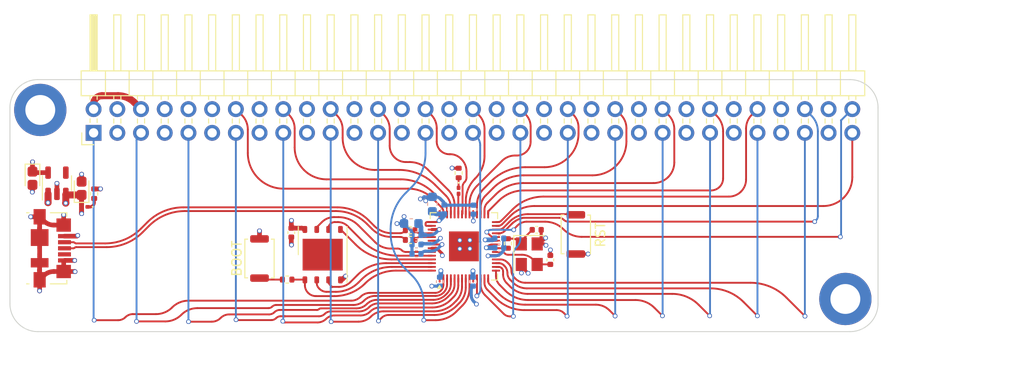
<source format=kicad_pcb>
(kicad_pcb (version 20211014) (generator pcbnew)
  (title_block (title "RP 2040 EXPERIENCE") (date "2022-06-24") (rev "0.1") (company "Emin Yaren"))
  (layers (0 "F.Cu" signal "F.COPPER") (1 "In1.Cu" signal "GND") (2 "In2.Cu" signal "3V3") (31 "B.Cu" signal "B.COPPER") (34 "B.Paste" user "B.PASTE") (35 "F.Paste" user "F.PASTE") (36 "B.SilkS" user "B.SILK") (37 "F.SilkS" user "F.SILK") (38 "B.Mask" user "B.MASK") (39 "F.Mask" user "F.MASK") (44 "Edge.Cuts" user "EDGE CUT"))
  (net 0 "")
  (net 2 "GND")
  (net 4 "+5VD")
  (net 5 "+3V3")
  (net 6 "Net-(C5-Pad1)")
  (net 7 "XIN")
  (net 8 "+1V1")
  (net 9 "Net-(D2-Pad1)")
  (net 10 "GPIO_25")
  (net 11 "Net-(D3-Pad1)")
  (net 12 "D-")
  (net 13 "D+")
  (net 15 "SWCLK")
  (net 16 "SWD")
  (net 17 "GPIO_0 SDA0")
  (net 18 "GPIO_1 SCL0")
  (net 19 "GPIO_2 SCK0")
  (net 20 "GPIO_3 MISO0")
  (net 21 "GPIO_4 MOSI0")
  (net 22 "GPIO_5 CSn0")
  (net 23 "GPIO_6")
  (net 24 "GPIO_7")
  (net 25 "GPIO_8")
  (net 26 "GPIO_9")
  (net 27 "GPIO_10")
  (net 28 "GPIO_11")
  (net 29 "GPIO_12 TX0")
  (net 30 "GPIO_13 RX0")
  (net 31 "GPIO_29 A3 VREF")
  (net 32 "GPIO_28 A2")
  (net 33 "GPIO_27 A1")
  (net 34 "GPIO_26 A0")
  (net 35 "GPIO_24")
  (net 36 "GPIO_23")
  (net 37 "GPIO_22")
  (net 38 "GPIO_21")
  (net 39 "GPIO_20")
  (net 40 "GPIO_19")
  (net 41 "GPIO_18")
  (net 42 "GPIO_17")
  (net 43 "GPIO_16")
  (net 44 "GPIO_15")
  (net 45 "GPIO_14")
  (net 46 "UD+")
  (net 47 "UD-")
  (net 48 "XOUT")
  (net 49 "Net-(R6-Pad1)")
  (net 50 "SS")
  (net 51 "RUN")
  (net 52 "SD3")
  (net 53 "SCLK")
  (net 54 "SD0")
  (net 55 "SD2")
  (net 56 "SD1")
  (footprint "Package_SON:WSON-8-1EP_6x5mm_P1.27mm_EP3.4x4.3mm" (layer "F.Cu") (at 50.5029 40.7529 90)
    (fp_text reference "U2" hide)
    (fp_text value "W25Q32JVZP")
  )
  (footprint "Button_Switch_SMD:SW_Push_SPST_NO_Alps_SKRK" (layer "F.Cu") (at 77.6229 38.5829 90)
    (fp_text reference "RST")
    (fp_text value "RST")
  )
  (footprint "Resistor_SMD:R_0402_1005Metric" (layer "F.Cu") (at 70.3429 39.5529 90)
    (fp_text reference "R4" hide)
    (fp_text value "1K")
  )
  (footprint "Resistor_SMD:R_0402_1005Metric" (layer "F.Cu") (at 59.8729 38.1329)
    (fp_text reference "R3" hide)
    (fp_text value "22")
  )
  (footprint "MountingHole:MountingHole_3.2mm_M3_DIN965_Pad" (layer "F.Cu") (at 106.5 45.5)
    (fp_text reference "REF**" hide)
    (fp_text value "MountingHole_3.2mm_M3_DIN965_Pad" hide)
  )
  (footprint "Capacitor_Tantalum_SMD:CP_EIA-1608-08_AVX-J" (layer "F.Cu") (at 19.4154 32.5629 -90)
    (fp_text reference "C4" hide)
    (fp_text value "1u")
  )
  (footprint "Connector_PinHeader_2.54mm:PinHeader_2x33_P2.54mm_Horizontal" (layer "F.Cu") (at 25.9629 27.7029 90)
    (fp_text reference "J1" hide)
    (fp_text value "Conn_02x33_Odd_Even")
  )
  (footprint "MountingHole:MountingHole_3.2mm_M3_DIN965_Pad" (layer "F.Cu") (at 20.25 25.25)
    (fp_text reference "REF**" hide)
    (fp_text value "MountingHole_3.2mm_M3_DIN965_Pad" hide)
  )
  (footprint "Resistor_SMD:R_0402_1005Metric" (layer "F.Cu") (at 59.8729 39.1729)
    (fp_text reference "R2" hide)
    (fp_text value "22")
  )
  (footprint "Capacitor_SMD:C_0402_1005Metric" (layer "F.Cu") (at 73.4329 38.0929)
    (fp_text reference "C5" hide)
    (fp_text value "27p")
  )
  (footprint "Capacitor_Tantalum_SMD:CP_EIA-1608-08_AVX-J" (layer "F.Cu") (at 24.6754 33.6429 90)
    (fp_text reference "C3" hide)
    (fp_text value "1u")
  )
  (footprint "Connector_USB:USB_Micro-B_Molex_47346-0001" (layer "F.Cu") (at 21.3829 40.0704 -90)
    (fp_text reference "J2" hide)
    (fp_text value "USB_B_Micro")
  )
  (footprint "Button_Switch_SMD:SW_Push_SPST_NO_Alps_SKRK" (layer "F.Cu") (at 43.7354 41.1629 -90)
    (fp_text reference "BOOT")
    (fp_text value "BOOT")
  )
  (footprint "Resistor_SMD:R_0402_1005Metric" (layer "F.Cu") (at 26.0254 34.2229 90)
    (fp_text reference "R5" hide)
    (fp_text value "1K")
  )
  (footprint "LED_SMD:LED_0201_0603Metric" (layer "F.Cu") (at 65.0629 33.9129 -90)
    (fp_text reference "D2" hide)
    (fp_text value "IO25 RED")
  )
  (footprint "MY_LIBRARY:RP_2040" (layer "F.Cu") (at 65.6329 39.8629 90)
    (fp_text reference "U1" hide)
    (fp_text value "RP_2040")
  )
  (footprint "Capacitor_SMD:C_0402_1005Metric" (layer "F.Cu") (at 47.1429 38.3929 -90)
    (fp_text reference "C7" hide)
    (fp_text value "100n")
  )
  (footprint "Resistor_SMD:R_0402_1005Metric" (layer "F.Cu") (at 65.0729 32.0029 90)
    (fp_text reference "R1" hide)
    (fp_text value "330")
  )
  (footprint "Capacitor_SMD:C_0402_1005Metric" (layer "F.Cu") (at 74.8929 41.3129 90)
    (fp_text reference "C6" hide)
    (fp_text value "27p")
  )
  (footprint "Package_TO_SOT_SMD:SOT-23-5" (layer "F.Cu") (at 22.0354 33.1029 90)
    (fp_text reference "U3" hide)
    (fp_text value "TLV75733PDBV")
  )
  (footprint "Resistor_SMD:R_0402_1005Metric" (layer "F.Cu") (at 46.6954 43.4229)
    (fp_text reference "R6" hide)
    (fp_text value "1K")
  )
  (footprint "Crystal:Crystal_SMD_3225-4Pin_3.2x2.5mm" (layer "F.Cu") (at 72.6329 40.7029 -90)
    (fp_text reference "Y1" hide)
    (fp_text value "12MHz")
  )
  (footprint "LED_SMD:LED_0201_0603Metric" (layer "F.Cu") (at 24.9954 35.6329 180)
    (fp_text reference "D3" hide)
    (fp_text value "PWR GRN")
  )
  (footprint "Capacitor_SMD:C_0402_1005Metric" (layer "B.Cu") (at 69.4229 40.0129)
    (fp_text reference "C14" hide)
    (fp_text value "100n")
  )
  (footprint "Capacitor_SMD:C_0402_1005Metric" (layer "B.Cu") (at 66.6029 43.6429 -90)
    (fp_text reference "C18" hide)
    (fp_text value "100n")
  )
  (footprint "Capacitor_SMD:C_0603_1608Metric" (layer "B.Cu") (at 59.9929 37.4129 180)
    (fp_text reference "C9" hide)
    (fp_text value "1u")
  )
  (footprint "Capacitor_SMD:C_0402_1005Metric" (layer "B.Cu") (at 63.0529 43.6429 -90)
    (fp_text reference "C17" hide)
    (fp_text value "100n")
  )
  (footprint "Capacitor_SMD:C_0402_1005Metric" (layer "B.Cu") (at 60.5529 39.6629 180)
    (fp_text reference "C15" hide)
    (fp_text value "100n")
  )
  (footprint "Capacitor_SMD:C_0402_1005Metric" (layer "B.Cu") (at 60.5529 40.6629 180)
    (fp_text reference "C16" hide)
    (fp_text value "100n")
  )
  (footprint "Capacitor_SMD:C_0603_1608Metric" (layer "B.Cu") (at 62.2529 35.3329 90)
    (fp_text reference "C8" hide)
    (fp_text value "1u")
  )
  (footprint "Capacitor_SMD:C_0402_1005Metric" (layer "B.Cu") (at 60.5529 38.6629 180)
    (fp_text reference "C11" hide)
    (fp_text value "100n")
  )
  (footprint "Capacitor_SMD:C_0402_1005Metric" (layer "B.Cu") (at 63.5329 35.9029 90)
    (fp_text reference "C10" hide)
    (fp_text value "100n")
  )
  (footprint "Capacitor_SMD:C_0402_1005Metric" (layer "B.Cu") (at 69.4229 39.0029)
    (fp_text reference "C13" hide)
    (fp_text value "100n")
  )
  (footprint "Capacitor_SMD:C_0402_1005Metric" (layer "B.Cu") (at 66.6629 35.9329 90)
    (fp_text reference "C12" hide)
    (fp_text value "100n")
  )
  (gr_line (start 110 25) (end 110 46) (layer "Edge.Cuts") (width 0.1))
  (gr_arc (start 110 46) (mid 109.12132 48.12132) (end 107 49) (layer "Edge.Cuts") (width 0.1))
  (gr_line (start 107 49) (end 20 49) (layer "Edge.Cuts") (width 0.1))
  (gr_line (start 20 22) (end 107 22) (layer "Edge.Cuts") (width 0.1))
  (gr_arc (start 107 22) (mid 109.12132 22.87868) (end 110 25) (layer "Edge.Cuts") (width 0.1))
  (gr_arc (start 20 49) (mid 17.87868 48.12132) (end 17 46) (layer "Edge.Cuts") (width 0.1))
  (gr_arc (start 17 25) (mid 17.87868 22.87868) (end 20 22) (layer "Edge.Cuts") (width 0.1))
  (gr_line (start 17 46) (end 17 25) (layer "Edge.Cuts") (width 0.1))
  (segment (start 20.1829 37.382097) (end 20.1829 37.441511) (width 0.5) (layer "F.Cu") (net 2))
  (segment (start 20.1829 41.882273) (end 20.1829 41.731024) (width 0.5) (layer "F.Cu") (net 2))
  (segment (start 68.2329 40.8729) (end 68.2229 40.8829) (width 0.33) (layer "F.Cu") (net 2))
  (segment (start 20.1829 39.151336) (end 20.1829 39.357899) (width 0.5) (layer "F.Cu") (net 2))
  (segment (start 20.1829 37.184052) (end 20.1829 37.203856) (width 0.5) (layer "F.Cu") (net 2))
  (segment (start 20.1829 42.107978) (end 20.1829 42.20915) (width 0.5) (layer "F.Cu") (net 2))
  (segment (start 20.1829 39.061883) (end 20.1829 39.151336) (width 0.5) (layer "F.Cu") (net 2))
  (segment (start 20.1829 37.649462) (end 20.1829 37.8079) (width 0.5) (layer "F.Cu") (net 2))
  (segment (start 47.1629 39.7129) (end 47.1529 39.7029) (width 0.5) (layer "F.Cu") (net 2))
  (segment (start 20.1829 42.107978) (end 20.1829 41.886962) (width 0.5) (layer "F.Cu") (net 2))
  (segment (start 20.1829 42.472196) (end 20.1829 42.477254) (width 0.5) (layer "F.Cu") (net 2))
  (segment (start 74.4229 39.7529) (end 74.3479 39.6779) (width 0.33) (layer "F.Cu") (net 2))
  (segment (start 20.1829 37.213758) (end 20.1829 37.253367) (width 0.5) (layer "F.Cu") (net 2))
  (segment (start 20.521427 37.033927) (end 20.62665 37.13915) (width 0.5) (layer "F.Cu") (net 2))
  (segment (start 20.1829 42.720067) (end 20.1829 42.694772) (width 0.5) (layer "F.Cu") (net 2))
  (segment (start 20.1829 41.208838) (end 20.1829 41.170634) (width 0.5) (layer "F.Cu") (net 2))
  (segment (start 20.1829 37.857412) (end 20.1829 37.8079) (width 0.5) (layer "F.Cu") (net 2))
  (segment (start 20.1829 38.42954) (end 20.1829 38.563758) (width 0.5) (layer "F.Cu") (net 2))
  (segment (start 20.1829 38.295322) (end 20.1829 38.42954) (width 0.5) (layer "F.Cu") (net 2))
  (segment (start 20.1829 42.330556) (end 20.1829 42.391259) (width 0.5) (layer "F.Cu") (net 2))
  (segment (start 20.1829 42.85665) (end 20.1829 44.03415) (width 0.5) (layer "F.Cu") (net 2))
  (segment (start 22.7529 36.4829) (end 22.7554 36.4854) (width 0.5) (layer "F.Cu") (net 2))
  (segment (start 20.1829 40.920165) (end 20.1829 40.7079) (width 0.5) (layer "F.Cu") (net 2))
  (segment (start 23.9329 41.3729) (end 23.93165 41.37165) (width 0.5) (layer "F.Cu") (net 2))
  (segment (start 47.1429 39.678757) (end 47.1429 38.8729) (width 0.5) (layer "F.Cu") (net 2))
  (segment (start 20.1829 42.532898) (end 20.1829 42.613835) (width 0.5) (layer "F.Cu") (net 2))
  (segment (start 19.3929 34.0529) (end 19.40415 34.04165) (width 0.5) (layer "F.Cu") (net 2))
  (segment (start 24.6754 32.145703) (end 24.6754 32.9304) (width 0.5) (layer "F.Cu") (net 2))
  (segment (start 20.1829 44.615828) (end 20.1829 44.03415) (width 0.5) (layer "F.Cu") (net 2))
  (segment (start 73.834823 39.510976) (end 74.3829 38.9629) (width 0.33) (layer "F.Cu") (net 2))
  (segment (start 20.1829 37.332585) (end 20.1829 37.372194) (width 0.5) (layer "F.Cu") (net 2))
  (segment (start 43.7329 38.2029) (end 43.73415 38.20415) (width 0.5) (layer "F.Cu") (net 2))
  (segment (start 20.1829 41.556962) (end 20.1829 41.731024) (width 0.5) (layer "F.Cu") (net 2))
  (segment (start 23.30915 42.5579) (end 23.947293 42.5579) (width 0.5) (layer "F.Cu") (net 2))
  (segment (start 20.1829 41.883836) (end 20.1829 41.885399) (width 0.5) (layer "F.Cu") (net 2))
  (segment (start 52.4854 43.4529) (end 52.4079 43.4529) (width 0.5) (layer "F.Cu") (net 2))
  (segment (start 20.1829 38.075263) (end 20.1829 38.174287) (width 0.5) (layer "F.Cu") (net 2))
  (segment (start 20.1829 37.926728) (end 20.1829 37.916826) (width 0.5) (layer "F.Cu") (net 2))
  (segment (start 20.1829 39.034227) (end 20.1829 39.061883) (width 0.5) (layer "F.Cu") (net 2))
  (segment (start 20.1829 42.720067) (end 20.1829 42.750419) (width 0.5) (layer "F.Cu") (net 2))
  (segment (start 20.1779 44.6279) (end 20.1729 44.6329) (width 0.5) (layer "F.Cu") (net 2))
  (segment (start 78.9329 40.6829) (end 77.6229 40.6829) (width 0.33) (layer "F.Cu") (net 2))
  (segment (start 20.1829 37.253367) (end 20.1829 37.292976) (width 0.5) (layer "F.Cu") (net 2))
  (segment (start 20.1829 37.372194) (end 20.1829 37.382097) (width 0.5) (layer "F.Cu") (net 2))
  (segment (start 22.20665 42.5579) (end 21.697957 42.5579) (width 0.5) (layer "F.Cu") (net 2))
  (segment (start 20.1829 39.006571) (end 20.1829 38.889461) (width 0.5) (layer "F.Cu") (net 2))
  (segment (start 52.6177 43.398099) (end 52.9629 43.0529) (width 0.5) (layer "F.Cu") (net 2))
  (segment (start 73.574823 39.510976) (end 73.697899 39.387899) (width 0.33) (layer "F.Cu") (net 2))
  (segment (start 20.1829 37.491024) (end 20.1829 37.441511) (width 0.5) (layer "F.Cu") (net 2))
  (segment (start 73.9129 38.868844) (end 73.9129 38.0929) (width 0.33) (layer "F.Cu") (net 2))
  (segment (start 20.1829 41.882273) (end 20.1829 41.883836) (width 0.5) (layer "F.Cu") (net 2))
  (segment (start 20.1829 42.532898) (end 20.1829 42.507605) (width 0.5) (layer "F.Cu") (net 2))
  (segment (start 20.1829 40.0329) (end 20.1829 40.7079) (width 0.5) (layer "F.Cu") (net 2))
  (segment (start 20.1829 42.451962) (end 20.1829 42.472196) (width 0.5) (layer "F.Cu") (net 2))
  (segment (start 19.4154 34.01449) (end 19.4154 33.2754) (width 0.5) (layer "F.Cu") (net 2))
  (segment (start 20.1829 42.477254) (end 20.1829 42.507605) (width 0.5) (layer "F.Cu") (net 2))
  (segment (start 20.1829 41.3829) (end 20.1829 41.556962) (width 0.5) (layer "F.Cu") (net 2))
  (segment (start 20.599209 43.02909) (end 20.626649 43.001649) (width 0.5) (layer "F.Cu") (net 2))
  (segment (start 20.1829 37.857412) (end 20.1829 37.916826) (width 0.5) (layer "F.Cu") (net 2))
  (segment (start 20.1829 40.920165) (end 20.1829 41.170634) (width 0.5) (layer "F.Cu") (net 2))
  (segment (start 23.928632 41.3704) (end 22.903004 41.3704) (width 0.5) (layer "F.Cu") (net 2))
  (segment (start 20.1829 37.17415) (end 20.1829 37.184052) (width 0.5) (layer "F.Cu") (net 2))
  (segment (start 20.1829 42.841473) (end 20.1829 42.851591) (width 0.5) (layer "F.Cu") (net 2))
  (segment (start 22.0329 33.1129) (end 22.03415 33.11415) (width 0.5) (layer "F.Cu") (net 2))
  (segment (start 71.7829 42.695828) (end 71.7829 41.9079) (width 0.33) (layer "F.Cu") (net 2))
  (segment (start 19.2229 36.6929) (end 19.22415 36.69415) (width 0.5) (layer "F.Cu") (net 2))
  (segment (start 22.7579 36.491435) (end 22.7579 37.0354) (width 0.5) (layer "F.Cu") (net 2))
  (segment (start 20.1829 37.491024) (end 20.1829 37.649462) (width 0.5) (layer "F.Cu") (net 2))
  (segment (start 20.1829 42.431728) (end 20.1829 42.451962) (width 0.5) (layer "F.Cu") (net 2))
  (segment (start 26.7029 33.7029) (end 26.6979 33.7079) (width 0.5) (layer "F.Cu") (net 2))
  (segment (start 74.9029 40.2429) (end 74.8979 40.2479) (width 0.33) (layer "F.Cu") (net 2))
  (segment (start 20.1829 37.926728) (end 20.1829 37.966337) (width 0.5) (layer "F.Cu") (net 2))
  (segment (start 20.1829 39.357899) (end 20.1829 39.564462) (width 0.5) (layer "F.Cu") (net 2))
  (segment (start 73.6129 39.6029) (end 74.166833 39.6029) (width 0.33) (layer "F.Cu") (net 2))
  (segment (start 64.397042 31.4929) (end 65.0729 31.4929) (width 0.33) (layer "F.Cu") (net 2))
  (segment (start 20.1829 37.213758) (end 20.1829 37.203856) (width 0.5) (layer "F.Cu") (net 2))
  (segment (start 20.1829 42.411494) (end 20.1829 42.431728) (width 0.5) (layer "F.Cu") (net 2))
  (segment (start 21.697957 37.5829) (end 22.2104 37.5829) (width 0.5) (layer "F.Cu") (net 2))
  (segment (start 22.0354 33.117167) (end 22.0354 34.2404) (width 0.5) (layer "F.Cu") (net 2))
  (segment (start 20.1829 37.292976) (end 20.1829 37.332585) (width 0.5) (layer "F.Cu") (net 2))
  (segment (start 64.3729 31.4829) (end 64.3629 31.4729) (width 0.33) (layer "F.Cu") (net 2))
  (segment (start 20.1829 38.563758) (end 20.1829 38.627586) (width 0.5) (layer "F.Cu") (net 2))
  (segment (start 20.1829 42.795946) (end 20.1829 42.81618) (width 0.5) (layer "F.Cu") (net 2))
  (segment (start 74.8929 40.259971) (end 74.8929 40.8329) (width 0.33) (layer "F.Cu") (net 2))
  (segment (start 20.1829 42.20915) (end 20.1829 42.310322) (width 0.5) (layer "F.Cu") (net 2))
  (segment (start 20.1829 39.57829) (end 20.1829 39.812509) (width 0.5) (layer "F.Cu") (net 2))
  (segment (start 20.1829 39.006571) (end 20.1829 39.034227) (width 0.5) (layer "F.Cu") (net 2))
  (segment (start 22.7579 41.515504) (end 22.7579 42.00665) (width 0.5) (layer "F.Cu") (net 2))
  (segment (start 20.1829 42.310322) (end 20.1829 42.330556) (width 0.5) (layer "F.Cu") (net 2))
  (segment (start 20.1829 38.005946) (end 20.1829 38.045555) (width 0.5) (layer "F.Cu") (net 2))
  (segment (start 20.1829 38.295322) (end 20.1829 38.174287) (width 0.5) (layer "F.Cu") (net 2))
  (segment (start 19.227167 36.6954) (end 19.70415 36.6954) (width 0.5) (layer "F.Cu") (net 2))
  (segment (start 24.67915 32.13665) (end 24.6829 32.1329) (width 0.5) (layer "F.Cu") (net 2))
  (segment (start 20.1829 41.208838) (end 20.1829 41.3829) (width 0.5) (layer "F.Cu") (net 2))
  (segment (start 23.9729 42.5729) (end 23.9654 42.5654) (width 0.5) (layer "F.Cu") (net 2))
  (segment (start 71.7879 42.7079) (end 71.7929 42.7129) (width 0.33) (layer "F.Cu") (net 2))
  (segment (start 71.857146 42.087146) (end 72.5129 42.7429) (width 0.33) (layer "F.Cu") (net 2))
  (segment (start 20.1829 42.613835) (end 20.1829 42.694772) (width 0.5) (layer "F.Cu") (net 2))
  (segment (start 20.1829 42.750419) (end 20.1829 42.755478) (width 0.5) (layer "F.Cu") (net 2))
  (segment (start 43.7354 38.207167) (end 43.7354 39.0629) (width 0.5) (layer "F.Cu") (net 2))
  (segment (start 20.1829 42.391259) (end 20.1829 42.411494) (width 0.5) (layer "F.Cu") (net 2))
  (segment (start 20.1829 42.81618) (end 20.1829 42.836414) (width 0.5) (layer "F.Cu") (net 2))
  (segment (start 20.1829 42.85665) (end 20.1829 42.851591) (width 0.5) (layer "F.Cu") (net 2))
  (segment (start 20.1829 41.885399) (end 20.1829 41.886962) (width 0.5) (layer "F.Cu") (net 2))
  (segment (start 20.1829 38.627586) (end 20.1829 38.889461) (width 0.5) (layer "F.Cu") (net 2))
  (segment (start 20.1829 39.564462) (end 20.1829 39.57829) (width 0.5) (layer "F.Cu") (net 2))
  (segment (start 20.1829 42.775712) (end 20.1829 42.795946) (width 0.5) (layer "F.Cu") (net 2))
  (segment (start 20.1829 37.966337) (end 20.1829 38.005946) (width 0.5) (layer "F.Cu") (net 2))
  (segment (start 68.257042 40.8629) (end 69.0704 40.8629) (width 0.33) (layer "F.Cu") (net 2))
  (segment (start 20.1829 42.841473) (end 20.1829 42.836414) (width 0.5) (layer "F.Cu") (net 2))
  (segment (start 26.685828 33.7129) (end 26.0254 33.7129) (width 0.5) (layer "F.Cu") (net 2))
  (segment (start 22.20665 42.5579) (end 23.30915 42.5579) (width 0.5) (layer "F.Cu") (net 2))
  (segment (start 20.1829 39.812509) (end 20.1829 40.0329) (width 0.5) (layer "F.Cu") (net 2))
  (segment (start 20.1829 38.045555) (end 20.1829 38.075263) (width 0.5) (layer "F.Cu") (net 2))
  (segment (start 20.1829 42.755478) (end 20.1829 42.775712) (width 0.5) (layer "F.Cu") (net 2))
  (via (at 61.5429 34.9829) (size 0.5) (drill 0.33) (layers "F.Cu" "B.Cu") (net 2))
  (via (at 60.9729 34.7829) (size 0.5) (drill 0.33) (layers "F.Cu" "B.Cu") (net 2))
  (via (at 26.7029 33.7029) (size 0.5) (drill 0.33) (layers "F.Cu" "B.Cu") (net 2))
  (via (at 71.7929 42.7129) (size 0.5) (drill 0.33) (layers "F.Cu" "B.Cu") (net 2))
  (via (at 65.1929 39.2129) (size 0.5) (drill 0.33) (layers "F.Cu" "B.Cu") (net 2))
  (via (at 23.9729 42.5729) (size 0.5) (drill 0.33) (layers "F.Cu" "B.Cu") (net 2))
  (via (at 65.1929 40.1229) (size 0.5) (drill 0.33) (layers "F.Cu" "B.Cu") (net 2))
  (via (at 43.7329 38.2029) (size 0.5) (drill 0.33) (layers "F.Cu" "B.Cu") (net 2))
  (via (at 22.0329 33.1129) (size 0.5) (drill 0.33) (layers "F.Cu" "B.Cu") (net 2))
  (via (at 62.1929 44.1229) (size 0.5) (drill 0.33) (layers "F.Cu" "B.Cu") (net 2))
  (via (at 58.4629 37.4229) (size 0.5) (drill 0.33) (layers "F.Cu" "B.Cu") (net 2))
  (via (at 68.2229 40.8829) (size 0.5) (drill 0.33) (layers "F.Cu" "B.Cu") (net 2))
  (via (at 66.2729 39.2029) (size 0.5) (drill 0.33) (layers "F.Cu" "B.Cu") (net 2))
  (via (at 72.5129 42.7429) (size 0.5) (drill 0.33) (layers "F.Cu" "B.Cu") (net 2))
  (via (at 66.2729 40.1129) (size 0.5) (drill 0.33) (layers "F.Cu" "B.Cu") (net 2))
  (via (at 74.3829 38.9629) (size 0.5) (drill 0.33) (layers "F.Cu" "B.Cu") (net 2))
  (via (at 66.9729 46.0529) (size 0.5) (drill 0.33) (layers "F.Cu" "B.Cu") (net 2))
  (via (at 24.6829 32.1329) (size 0.5) (drill 0.33) (layers "F.Cu" "B.Cu") (net 2))
  (via (at 64.3629 31.4729) (size 0.5) (drill 0.33) (layers "F.Cu" "B.Cu") (net 2))
  (via (at 74.4229 39.7529) (size 0.5) (drill 0.33) (layers "F.Cu" "B.Cu") (net 2))
  (via (at 19.2229 36.6929) (size 0.5) (drill 0.33) (layers "F.Cu" "B.Cu") (net 2))
  (via (at 59.2229 36.6729) (size 0.5) (drill 0.33) (layers "F.Cu" "B.Cu") (net 2))
  (via (at 23.9329 41.3729) (size 0.5) (drill 0.33) (layers "F.Cu" "B.Cu") (net 2))
  (via (at 78.9329 40.6829) (size 0.5) (drill 0.33) (layers "F.Cu" "B.Cu") (net 2))
  (via (at 52.9629 43.0529) (size 0.5) (drill 0.33) (layers "F.Cu" "B.Cu") (net 2))
  (via (at 74.9029 40.2429) (size 0.5) (drill 0.33) (layers "F.Cu" "B.Cu") (net 2))
  (via (at 19.3929 34.0529) (size 0.5) (drill 0.33) (layers "F.Cu" "B.Cu") (net 2))
  (via (at 20.1729 44.6329) (size 0.5) (drill 0.33) (layers "F.Cu" "B.Cu") (net 2))
  (via (at 22.7529 36.4829) (size 0.5) (drill 0.33) (layers "F.Cu" "B.Cu") (net 2))
  (via (at 47.1629 39.7129) (size 0.5) (drill 0.33) (layers "F.Cu" "B.Cu") (net 2))
  (arc (start 73.9129 38.868844) (mid 73.857023 39.149754) (end 73.697899 39.387899) (width 0.33) (layer "F.Cu") (net 2))
  (arc (start 20.1829 44.615828) (mid 20.1816 44.622361) (end 20.1779 44.6279) (width 0.5) (layer "F.Cu") (net 2))
  (arc (start 74.3479 39.6779) (mid 74.264825 39.622391) (end 74.166833 39.6029) (width 0.33) (layer "F.Cu") (net 2))
  (arc (start 24.6754 32.145703) (mid 24.676374 32.140803) (end 24.67915 32.13665) (width 0.5) (layer "F.Cu") (net 2))
  (arc (start 23.93165 41.37165) (mid 23.930265 41.370724) (end 23.928632 41.3704) (width 0.5) (layer "F.Cu") (net 2))
  (arc (start 20.599209 43.02909) (mid 20.333443 43.081954) (end 20.1829 42.85665) (width 0.5) (layer "F.Cu") (net 2))
  (arc (start 74.8929 40.259971) (mid 74.894199 40.253438) (end 74.8979 40.2479) (width 0.33) (layer "F.Cu") (net 2))
  (arc (start 19.227167 36.6954) (mid 19.225534 36.695075) (end 19.22415 36.69415) (width 0.5) (layer "F.Cu") (net 2))
  (arc (start 47.1429 39.678757) (mid 47.145498 39.691823) (end 47.1529 39.7029) (width 0.5) (layer "F.Cu") (net 2))
  (arc (start 22.03415 33.11415) (mid 22.035075 33.115534) (end 22.0354 33.117167) (width 0.5) (layer "F.Cu") (net 2))
  (arc (start 68.2329 40.8729) (mid 68.243976 40.865498) (end 68.257042 40.8629) (width 0.33) (layer "F.Cu") (net 2))
  (arc (start 22.7554 36.4854) (mid 22.75725 36.488168) (end 22.7579 36.491435) (width 0.5) (layer "F.Cu") (net 2))
  (arc (start 71.7829 41.9079) (mid 71.7829 41.9079) (end 71.7829 41.9079) (width 0.33) (layer "F.Cu") (net 2))
  (arc (start 73.6129 39.6029) (mid 73.56315 39.569658) (end 73.574823 39.510976) (width 0.33) (layer "F.Cu") (net 2))
  (arc (start 73.6129 39.6029) (mid 73.56315 39.569658) (end 73.574823 39.510976) (width 0.33) (layer "F.Cu") (net 2))
  (arc (start 21.697957 37.5829) (mid 21.118169 37.467573) (end 20.62665 37.13915) (width 0.5) (layer "F.Cu") (net 2))
  (arc (start 20.1829 37.17415) (mid 20.042677 36.835622) (end 19.70415 36.6954) (width 0.5) (layer "F.Cu") (net 2))
  (arc (start 43.73415 38.20415) (mid 43.735075 38.205534) (end 43.7354 38.207167) (width 0.5) (layer "F.Cu") (net 2))
  (arc (start 20.1829 37.17415) (mid 20.305316 36.99094) (end 20.521427 37.033927) (width 0.5) (layer "F.Cu") (net 2))
  (arc (start 71.7879 42.7079) (mid 71.784199 42.702361) (end 71.7829 42.695828) (width 0.33) (layer "F.Cu") (net 2))
  (arc (start 22.8004 41.4129) (mid 22.847475 41.381445) (end 22.903004 41.3704) (width 0.5) (layer "F.Cu") (net 2))
  (arc (start 64.3729 31.4829) (mid 64.383976 31.490301) (end 64.397042 31.4929) (width 0.33) (layer "F.Cu") (net 2))
  (arc (start 20.521427 37.033927) (mid 20.146457 36.78338) (end 19.70415 36.6954) (width 0.5) (layer "F.Cu") (net 2))
  (arc (start 73.6129 39.6029) (mid 73.6129 39.6029) (end 73.6129 39.6029) (width 0.33) (layer "F.Cu") (net 2))
  (arc (start 22.20665 42.5579) (mid 22.596442 42.396442) (end 22.7579 42.00665) (width 0.5) (layer "F.Cu") (net 2))
  (arc (start 22.2104 37.5829) (mid 22.59754 37.42254) (end 22.7579 37.0354) (width 0.5) (layer "F.Cu") (net 2))
  (arc (start 26.685828 33.7129) (mid 26.692361 33.7116) (end 26.6979 33.7079) (width 0.5) (layer "F.Cu") (net 2))
  (arc (start 23.9654 42.5654) (mid 23.957092 42.559849) (end 23.947293 42.5579) (width 0.5) (layer "F.Cu") (net 2))
  (arc (start 22.7579 41.515504) (mid 22.768945 41.459975) (end 22.8004 41.4129) (width 0.5) (layer "F.Cu") (net 2))
  (arc (start 71.857146 42.087146) (mid 71.802195 42.004907) (end 71.7829 41.9079) (width 0.33) (layer "F.Cu") (net 2))
  (arc (start 73.6129 39.6029) (mid 73.733004 39.579009) (end 73.834823 39.510976) (width 0.33) (layer "F.Cu") (net 2))
  (arc (start 23.30915 42.5579) (mid 22.919357 42.396442) (end 22.7579 42.00665) (width 0.5) (layer "F.Cu") (net 2))
  (arc (start 52.4854 43.4529) (mid 52.557 43.438657) (end 52.6177 43.398099) (width 0.5) (layer "F.Cu") (net 2))
  (arc (start 19.4154 34.01449) (mid 19.412476 34.029188) (end 19.40415 34.04165) (width 0.5) (layer "F.Cu") (net 2))
  (arc (start 20.626649 43.001649) (mid 21.118169 42.673226) (end 21.697957 42.5579) (width 0.5) (layer "F.Cu") (net 2))
  (arc (start 20.599209 43.02909) (mid 20.291095 43.490215) (end 20.1829 44.03415) (width 0.5) (layer "F.Cu") (net 2))
  (segment (start 69.9029 39.451024) (end 69.9029 39.547899) (width 0.33) (layer "B.Cu") (net 2))
  (segment (start 60.0729 38.632703) (end 60.0729 38.617742) (width 0.33) (layer "B.Cu") (net 2))
  (segment (start 69.793298 40.432501) (end 69.622899 40.602899) (width 0.33) (layer "B.Cu") (net 2))
  (segment (start 60.0729 40.0379) (end 60.0729 39.988525) (width 0.33) (layer "B.Cu") (net 2))
  (segment (start 69.9029 39.547899) (end 69.9029 39.644774) (width 0.33) (layer "B.Cu") (net 2))
  (segment (start 63.448047 35.098047) (end 63.139477 34.789477) (width 0.33) (layer "B.Cu") (net 2))
  (segment (start 60.0729 39.5329) (end 60.0729 39.5954) (width 0.33) (layer "B.Cu") (net 2))
  (segment (start 62.511025 34.5579) (end 62.545712 34.5579) (width 0.33) (layer "B.Cu") (net 2))
  (segment (start 69.9029 40.163056) (end 69.9029 40.1679) (width 0.33) (layer "B.Cu") (net 2))
  (segment (start 69.9029 39.9354) (end 69.9029 40.0129) (width 0.33) (layer "B.Cu") (net 2))
  (segment (start 60.0729 39.75665) (end 60.0729 39.76665) (width 0.33) (layer "B.Cu") (net 2))
  (segment (start 60.0729 40.0379) (end 60.0729 40.1629) (width 0.33) (layer "B.Cu") (net 2))
  (segment (start 60.0729 39.76665) (end 60.0729 39.77665) (width 0.33) (layer "B.Cu") (net 2))
  (segment (start 62.563055 34.5579) (end 62.571727 34.5579) (width 0.33) (layer "B.Cu") (net 2))
  (segment (start 60.0729 39.3404) (end 60.0729 39.3929) (width 0.33) (layer "B.Cu") (net 2))
  (segment (start 60.0729 40.2879) (end 60.0729 40.4129) (width 0.33) (layer "B.Cu") (net 2))
  (segment (start 60.0729 38.922626) (end 60.0729 38.949423) (width 0.33) (layer "B.Cu") (net 2))
  (segment (start 60.0729 38.860398) (end 60.0729 38.889773) (width 0.33) (layer "B.Cu") (net 2))
  (segment (start 69.9029 39.664149) (end 69.9029 39.644774) (width 0.33) (layer "B.Cu") (net 2))
  (segment (start 69.9029 40.037119) (end 69.9029 40.0129) (width 0.33) (layer "B.Cu") (net 2))
  (segment (start 60.0729 39.091493) (end 60.0729 39.032391) (width 0.33) (layer "B.Cu") (net 2))
  (segment (start 62.511025 34.5579) (end 62.44165 34.5579) (width 0.33) (layer "B.Cu") (net 2))
  (segment (start 69.9029 40.066181) (end 69.9029 40.071024) (width 0.33) (layer "B.Cu") (net 2))
  (segment (start 69.9029 39.451024) (end 69.9029 39.427431) (width 0.33) (layer "B.Cu") (net 2))
  (segment (start 62.5804 34.5579) (end 62.577509 34.5579) (width 0.33) (layer "B.Cu") (net 2))
  (segment (start 69.9029 40.153368) (end 69.9029 40.163056) (width 0.33) (layer "B.Cu") (net 2))
  (segment (start 69.9029 39.780399) (end 69.9029 39.799774) (width 0.33) (layer "B.Cu") (net 2))
  (segment (start 62.563055 34.5579) (end 62.571727 34.5579) (width 0.33) (layer "B.Cu") (net 2))
  (segment (start 60.0729 39.41415) (end 60.0729 39.3929) (width 0.33) (layer "B.Cu") (net 2))
  (segment (start 69.9029 40.109774) (end 69.9029 40.129149) (width 0.33) (layer "B.Cu") (net 2))
  (segment (start 69.9029 40.090399) (end 69.9029 40.109774) (width 0.33) (layer "B.Cu") (net 2))
  (segment (start 60.0729 40.56915) (end 60.0729 40.6004) (width 0.33) (layer "B.Cu") (net 2))
  (segment (start 59.477761 37.672761) (end 59.933246 38.128246) (width 0.33) (layer "B.Cu") (net 2))
  (segment (start 68.94692 40.8829) (end 68.2229 40.8829) (width 0.33) (layer "B.Cu") (net 2))
  (segment (start 60.0729 38.556804) (end 60.0729 38.587273) (width 0.33) (layer "B.Cu") (net 2))
  (segment (start 69.9029 40.153368) (end 69.9029 40.148524) (width 0.33) (layer "B.Cu") (net 2))
  (segment (start 60.0729 40.1629) (end 60.0729 40.2879) (width 0.33) (layer "B.Cu") (net 2))
  (segment (start 60.0729 40.451962) (end 60.0729 40.498837) (width 0.33) (layer "B.Cu") (net 2))
  (segment (start 60.0729 38.889773) (end 60.0729 38.898406) (width 0.33) (layer "B.Cu") (net 2))
  (segment (start 62.1104 34.5579) (end 61.385075 34.5579) (width 0.33) (layer "B.Cu") (net 2))
  (segment (start 61.35281 34.557933) (end 61.182623 34.728119) (width 0.33) (layer "B.Cu") (net 2))
  (segment (start 62.44165 34.5579) (end 62.3029 34.5579) (width 0.33) (layer "B.Cu") (net 2))
  (segment (start 66.421359 45.11136) (end 66.421359 44.432809) (width 0.33) (layer "B.Cu") (net 2))
  (segment (start 60.0729 39.42415) (end 60.0729 39.43415) (width 0.33) (layer "B.Cu") (net 2))
  (segment (start 60.0729 40.655087) (end 60.0729 40.6629) (width 0.33) (layer "B.Cu") (net 2))
  (segment (start 60.0729 38.632703) (end 60.0729 38.693094) (width 0.33) (layer "B.Cu") (net 2))
  (segment (start 62.511025 34.5579) (end 62.545712 34.5579) (width 0.33) (layer "B.Cu") (net 2))
  (segment (start 69.9029 39.804618) (end 69.9029 39.833681) (width 0.33) (layer "B.Cu") (net 2))
  (segment (start 58.4679 37.4179) (end 58.4629 37.4229) (width 0.33) (layer "B.Cu") (net 2))
  (segment (start 60.0729 39.2354) (end 60.0729 39.204931) (width 0.33) (layer "B.Cu") (net 2))
  (segment (start 60.0729 40.639462) (end 60.0729 40.655087) (width 0.33) (layer "B.Cu") (net 2))
  (segment (start 60.0729 39.4704) (end 60.0729 39.5329) (width 0.33) (layer "B.Cu") (net 2))
  (segment (start 62.571727 34.5579) (end 62.577509 34.5579) (width 0.33) (layer "B.Cu") (net 2))
  (segment (start 69.9029 39.8579) (end 69.9029 39.833681) (width 0.33) (layer "B.Cu") (net 2))
  (segment (start 60.0729 38.910516) (end 60.0729 38.922626) (width 0.33) (layer "B.Cu") (net 2))
  (segment (start 66.697129 45.777129) (end 66.9729 46.0529) (width 0.33) (layer "B.Cu") (net 2))
  (segment (start 60.0729 38.587273) (end 60.0729 38.617742) (width 0.33) (layer "B.Cu") (net 2))
  (segment (start 69.9029 39.8579) (end 69.9029 39.9354) (width 0.33) (layer "B.Cu") (net 2))
  (segment (start 62.44165 34.5579) (end 62.3029 34.5579) (width 0.33) (layer "B.Cu") (net 2))
  (segment (start 69.9029 40.037119) (end 69.9029 40.066181) (width 0.33) (layer "B.Cu") (net 2))
  (segment (start 62.1104 34.5579) (end 62.3029 34.5579) (width 0.33) (layer "B.Cu") (net 2))
  (segment (start 60.0729 39.2354) (end 60.0729 39.2879) (width 0.33) (layer "B.Cu") (net 2))
  (segment (start 60.0729 39.77665) (end 60.0729 39.936025) (width 0.33) (layer "B.Cu") (net 2))
  (segment (start 60.0729 38.772273) (end 60.0729 38.77118) (width 0.33) (layer "B.Cu") (net 2))
  (segment (start 60.0729 38.831023) (end 60.0729 38.860398) (width 0.33) (layer "B.Cu") (net 2))
  (segment (start 60.0729 38.801648) (end 60.0729 38.831023) (width 0.33) (layer "B.Cu") (net 2))
  (segment (start 60.0729 40.6004) (end 60.0729 40.63165) (width 0.33) (layer "B.Cu") (net 2))
  (segment (start 69.9029 39.804618) (end 69.9029 39.799774) (width 0.33) (layer "B.Cu") (net 2))
  (segment (start 60.9729 34.7829) (end 61.050371 34.7829) (width 0.33) (layer "B.Cu") (net 2))
  (segment (start 62.511025 34.5579) (end 62.44165 34.5579) (width 0.33) (layer "B.Cu") (net 2))
  (segment (start 62.563055 34.5579) (end 62.545712 34.5579) (width 0.33) (layer "B.Cu") (net 2))
  (segment (start 60.0729 38.473017) (end 60.0729 38.4654) (width 0.33) (layer "B.Cu") (net 2))
  (segment (start 60.0729 38.739618) (end 60.0729 38.77118) (width 0.33) (layer "B.Cu") (net 2))
  (segment (start 69.9029 40.071024) (end 69.9029 40.090399) (width 0.33) (layer "B.Cu") (net 2))
  (segment (start 60.0729 39.43415) (end 60.0729 39.4704) (width 0.33) (layer "B.Cu") (net 2))
  (segment (start 60.0729 38.473017) (end 60.0729 38.488251) (width 0.33) (layer "B.Cu") (net 2))
  (segment (start 69.9029 39.741649) (end 69.9029 39.761024) (width 0.33) (layer "B.Cu") (net 2))
  (segment (start 60.0729 40.50665) (end 60.0729 40.5379) (width 0.33) (layer "B.Cu") (net 2))
  (segment (start 62.577509 34.5579) (end 62.571727 34.5579) (width 0.33) (layer "B.Cu") (net 2))
  (segment (start 60.0729 38.990907) (end 60.0729 39.032391) (width 0.33) (layer "B.Cu") (net 2))
  (segment (start 62.1104 34.5579) (end 62.3029 34.5579) (width 0.33) (layer "B.Cu") (net 2))
  (segment (start 59.2229 36.6729) (end 59.2204 36.6754) (width 0.33) (layer "B.Cu") (net 2))
  (segment (start 59.2179 37.0454) (end 59.2179 36.681435) (width 0.33) (layer "B.Cu") (net 2))
  (segment (start 60.0729 40.5379) (end 60.0729 40.56915) (width 0.33) (layer "B.Cu") (net 2))
  (segment (start 60.0729 38.495868) (end 60.0729 38.488251) (width 0.33) (layer "B.Cu") (net 2))
  (segment (start 69.9029 39.06165) (end 69.9029 39.17915) (width 0.33) (layer "B.Cu") (net 2))
  (segment (start 60.0729 39.936025) (end 60.0729 39.962275) (width 0.33) (layer "B.Cu") (net 2))
  (segment (start 60.0729 39.2879) (end 60.0729 39.3404) (width 0.33) (layer "B.Cu") (net 2))
  (segment (start 63.584113 35.4529) (end 66.6629 35.4529) (width 0.33) (layer "B.Cu") (net 2))
  (segment (start 69.9029 39.664149) (end 69.9029 39.722274) (width 0.33) (layer "B.Cu") (net 2))
  (segment (start 63.5329 35.3029) (end 63.5329 35.401686) (width 0.33) (layer "B.Cu") (net 2))
  (segment (start 60.0729 38.898406) (end 60.0729 38.910516) (width 0.33) (layer "B.Cu") (net 2))
  (segment (start 69.9029 39.761024) (end 69.9029 39.780399) (width 0.33) (layer "B.Cu") (net 2))
  (segment (start 61.5429 34.9829) (end 61.867137 34.658662) (width 0.33) (layer "B.Cu") (net 2))
  (segment (start 60.0729 38.693094) (end 60.0729 38.739618) (width 0.33) (layer "B.Cu") (net 2))
  (segment (start 58.479971 37.4129) (end 58.8504 37.4129) (width 0.33) (layer "B.Cu") (net 2))
  (segment (start 60.0729 38.526336) (end 60.0729 38.556804) (width 0.33) (layer "B.Cu") (net 2))
  (segment (start 60.0729 39.091493) (end 60.0729 39.204931) (width 0.33) (layer "B.Cu") (net 2))
  (segment (start 60.0729 40.639462) (end 60.0729 40.63165) (width 0.33) (layer "B.Cu") (net 2))
  (segment (start 69.9029 39.283369) (end 69.9029 39.427431) (width 0.33) (layer "B.Cu") (net 2))
  (segment (start 62.563055 34.5579) (end 62.545712 34.5579) (width 0.33) (layer "B.Cu") (net 2))
  (segment (start 69.9029 39.722274) (end 69.9029 39.741649) (width 0.33) (layer "B.Cu") (net 2))
  (segment (start 69.9029 39.06165) (end 69.9029 39.0029) (width 0.33) (layer "B.Cu") (net 2))
  (segment (start 69.9029 40.129149) (end 69.9029 40.148524) (width 0.33) (layer "B.Cu") (net 2))
  (segment (start 69.9029 39.17915) (end 69.9029 39.283369) (width 0.33) (layer "B.Cu") (net 2))
  (segment (start 60.0729 39.962275) (end 60.0729 39.988525) (width 0.33) (layer "B.Cu") (net 2))
  (segment (start 66.512129 44.21367) (end 66.6029 44.1229) (width 0.33) (layer "B.Cu") (net 2))
  (segment (start 60.0729 38.949423) (end 60.0729 38.990907) (width 0.33) (layer "B.Cu") (net 2))
  (segment (start 60.0729 39.41415) (end 60.0729 39.42415) (width 0.33) (layer "B.Cu") (net 2))
  (segment (start 60.0729 38.495868) (end 60.0729 38.526336) (width 0.33) (layer "B.Cu") (net 2))
  (segment (start 62.1929 44.1229) (end 63.0529 44.1229) (width 0.33) (layer "B.Cu") (net 2))
  (segment (start 60.0729 40.4129) (end 60.0729 40.451962) (width 0.33) (layer "B.Cu") (net 2))
  (segment (start 60.0729 40.50665) (end 60.0729 40.498837) (width 0.33) (layer "B.Cu") (net 2))
  (segment (start 60.0729 39.5954) (end 60.0729 39.75665) (width 0.33) (layer "B.Cu") (net 2))
  (segment (start 60.0729 38.772273) (end 60.0729 38.801648) (width 0.33) (layer "B.Cu") (net 2))
  (arc (start 62.44165 34.5579) (mid 62.44165 34.5579) (end 62.44165 34.5579) (width 0.33) (layer "B.Cu") (net 2))
  (arc (start 63.5479 35.4379) (mid 63.564514 35.449001) (end 63.584113 35.4529) (width 0.33) (layer "B.Cu") (net 2))
  (arc (start 59.2179 37.0454) (mid 59.110261 37.305261) (end 58.8504 37.4129) (width 0.33) (layer "B.Cu") (net 2))
  (arc (start 68.94692 40.8829) (mid 69.312757 40.81013) (end 69.622899 40.602899) (width 0.33) (layer "B.Cu") (net 2))
  (arc (start 61.050371 34.7829) (mid 61.121945 34.768662) (end 61.182623 34.728119) (width 0.33) (layer "B.Cu") (net 2))
  (arc (start 63.448047 35.098047) (mid 63.510847 35.192034) (end 63.5329 35.3029) (width 0.33) (layer "B.Cu") (net 2))
  (arc (start 59.477761 37.672761) (mid 59.189925 37.480435) (end 58.8504 37.4129) (width 0.33) (layer "B.Cu") (net 2))
  (arc (start 66.512129 44.21367) (mid 66.444949 44.314212) (end 66.421359 44.432809) (width 0.33) (layer "B.Cu") (net 2))
  (arc (start 66.697129 45.777129) (mid 66.493029 45.471671) (end 66.421359 45.11136) (width 0.33) (layer "B.Cu") (net 2))
  (arc (start 62.1104 34.5579) (mid 62.1104 34.5579) (end 62.1104 34.5579) (width 0.33) (layer "B.Cu") (net 2))
  (arc (start 61.35281 34.557933) (mid 61.36918 34.557117) (end 61.385075 34.5579) (width 0.33) (layer "B.Cu") (net 2))
  (arc (start 62.5804 34.5579) (mid 62.88297 34.618084) (end 63.139477 34.789477) (width 0.33) (layer "B.Cu") (net 2))
  (arc (start 62.571727 34.5579) (mid 62.571727 34.5579) (end 62.571727 34.5579) (width 0.33) (layer "B.Cu") (net 2))
  (arc (start 62.1104 34.5579) (mid 61.978747 34.584087) (end 61.867137 34.658662) (width 0.33) (layer "B.Cu") (net 2))
  (arc (start 62.563055 34.5579) (mid 62.563055 34.5579) (end 62.563055 34.5579) (width 0.33) (layer "B.Cu") (net 2))
  (arc (start 59.477761 37.672761) (mid 59.285435 37.384925) (end 59.2179 37.0454) (width 0.33) (layer "B.Cu") (net 2))
  (arc (start 59.2179 36.681435) (mid 59.218549 36.678168) (end 59.2204 36.6754) (width 0.33) (layer "B.Cu") (net 2))
  (arc (start 62.3029 34.5579) (mid 62.3029 34.5579) (end 62.3029 34.5579) (width 0.33) (layer "B.Cu") (net 2))
  (arc (start 58.479971 37.4129) (mid 58.473438 37.414199) (end 58.4679 37.4179) (width 0.33) (layer "B.Cu") (net 2))
  (arc (start 62.511025 34.5579) (mid 62.511025 34.5579) (end 62.511025 34.5579) (width 0.33) (layer "B.Cu") (net 2))
  (arc (start 69.793298 40.432501) (mid 69.874415 40.311101) (end 69.9029 40.1679) (width 0.33) (layer "B.Cu") (net 2))
  (arc (start 63.5479 35.4379) (mid 63.536798 35.421285) (end 63.5329 35.401686) (width 0.33) (layer "B.Cu") (net 2))
  (arc (start 62.545712 34.5579) (mid 62.545712 34.5579) (end 62.545712 34.5579) (width 0.33) (layer "B.Cu") (net 2))
  (arc (start 59.933246 38.128246) (mid 60.036605 38.282933) (end 60.0729 38.4654) (width 0.33) (layer "B.Cu") (net 2))
  (segment (start 24.6754 35.011492) (end 24.6754 35.028835) (width 0.5) (layer "F.Cu") (net 4))
  (segment (start 24.6754 35.638204) (end 24.6754 35.727258) (width 0.5) (layer "F.Cu") (net 4))
  (segment (start 24.130599 38.7704) (end 22.8429 38.7704) (width 0.5) (layer "F.Cu") (net 4))
  (segment (start 24.6754 36.261107) (end 24.6754 36.283354) (width 0.5) (layer "F.Cu") (net 4))
  (segment (start 24.6754 35.816228) (end 24.6754 35.905114) (width 0.5) (layer "F.Cu") (net 4))
  (segment (start 24.6754 36.23886) (end 24.6754 36.261107) (width 0.5) (layer "F.Cu") (net 4))
  (segment (start 25.9629 24.627666) (end 25.9629 25.1629) (width 0.75) (layer "F.Cu") (net 4))
  (segment (start 30.3229 24.4429) (end 31.0429 25.1629) (width 0.75) (layer "F.Cu") (net 4))
  (segment (start 24.6754 35.202273) (end 24.6754 35.271648) (width 0.5) (layer "F.Cu") (net 4))
  (segment (start 24.6754 35.063524) (end 24.6754 35.080868) (width 0.5) (layer "F.Cu") (net 4))
  (segment (start 24.6754 35.460096) (end 24.6754 35.54915) (width 0.5) (layer "F.Cu") (net 4))
  (segment (start 24.6754 36.33341) (end 24.6754 36.344534) (width 0.5) (layer "F.Cu") (net 4))
  (segment (start 24.6754 36.083136) (end 24.6754 36.172122) (width 0.5) (layer "F.Cu") (net 4))
  (segment (start 24.6754 35.341023) (end 24.6754 35.355782) (width 0.5) (layer "F.Cu") (net 4))
  (segment (start 24.6754 35.132898) (end 24.6754 35.202273) (width 0.5) (layer "F.Cu") (net 4))
  (segment (start 23.181717 34.3554) (end 24.03665 34.3554) (width 0.75) (layer "F.Cu") (net 4))
  (segment (start 24.6829 36.3629) (end 24.67915 36.35915) (width 0.5) (layer "F.Cu") (net 4))
  (segment (start 24.6754 36.23886) (end 24.6754 36.233299) (width 0.5) (layer "F.Cu") (net 4))
  (segment (start 24.6754 34.99415) (end 24.6754 34.998485) (width 0.5) (layer "F.Cu") (net 4))
  (segment (start 24.6754 35.04618) (end 24.6754 35.063524) (width 0.5) (layer "F.Cu") (net 4))
  (segment (start 24.6754 36.283354) (end 24.6754 36.305601) (width 0.5) (layer "F.Cu") (net 4))
  (segment (start 24.6754 35.007156) (end 24.6754 35.011492) (width 0.5) (layer "F.Cu") (net 4))
  (segment (start 24.6754 35.080868) (end 24.6754 35.085203) (width 0.5) (layer "F.Cu") (net 4))
  (segment (start 22.9729 35.2329) (end 22.97915 35.22665) (width 0.75) (layer "F.Cu") (net 4))
  (segment (start 24.6754 36.344534) (end 24.6754 36.350096) (width 0.5) (layer "F.Cu") (net 4))
  (segment (start 24.6754 35.727342) (end 24.6754 35.816228) (width 0.5) (layer "F.Cu") (net 4))
  (segment (start 24.6754 35.39564) (end 24.6754 35.435498) (width 0.5) (layer "F.Cu") (net 4))
  (segment (start 24.6754 36.172122) (end 24.6754 36.19993) (width 0.5) (layer "F.Cu") (net 4))
  (segment (start 24.6754 35.460096) (end 24.6754 35.435498) (width 0.5) (layer "F.Cu") (net 4))
  (segment (start 24.6754 35.355782) (end 24.6754 35.39564) (width 0.5) (layer "F.Cu") (net 4))
  (segment (start 24.6754 35.54915) (end 24.6754 35.638204) (width 0.5) (layer "F.Cu") (net 4))
  (segment (start 22.9854 34.321717) (end 22.9854 35.211561) (width 0.75) (layer "F.Cu") (net 4))
  (segment (start 24.6754 35.085203) (end 24.6754 35.111218) (width 0.5) (layer "F.Cu") (net 4))
  (segment (start 26.867666 23.7229) (end 28.584666 23.7229) (width 0.75) (layer "F.Cu") (net 4))
  (segment (start 21.0854 35.161561) (end 21.0854 34.2404) (width 0.75) (layer "F.Cu") (net 4))
  (segment (start 24.2629 38.6929) (end 24.22415 38.73165) (width 0.5) (layer "F.Cu") (net 4))
  (segment (start 24.6754 35.271648) (end 24.6754 35.341023) (width 0.5) (layer "F.Cu") (net 4))
  (segment (start 21.07915 35.17665) (end 21.0729 35.1829) (width 0.75) (layer "F.Cu") (net 4))
  (segment (start 24.6754 35.028835) (end 24.6754 35.04618) (width 0.5) (layer "F.Cu") (net 4))
  (segment (start 24.6754 35.727342) (end 24.6754 35.727258) (width 0.5) (layer "F.Cu") (net 4))
  (segment (start 24.6754 36.327848) (end 24.6754 36.33341) (width 0.5) (layer "F.Cu") (net 4))
  (segment (start 24.6754 35.99415) (end 24.6754 36.083136) (width 0.5) (layer "F.Cu") (net 4))
  (segment (start 24.6754 35.905164) (end 24.6754 35.905114) (width 0.5) (layer "F.Cu") (net 4))
  (segment (start 24.6754 34.998485) (end 24.6754 35.007156) (width 0.5) (layer "F.Cu") (net 4))
  (segment (start 24.6754 35.905164) (end 24.6754 35.99415) (width 0.5) (layer "F.Cu") (net 4))
  (segment (start 24.6754 35.132898) (end 24.6754 35.111218) (width 0.5) (layer "F.Cu") (net 4))
  (segment (start 24.6754 36.305601) (end 24.6754 36.327848) (width 0.5) (layer "F.Cu") (net 4))
  (segment (start 24.6754 36.19993) (end 24.6754 36.233299) (width 0.5) (layer "F.Cu") (net 4))
  (via (at 24.6829 36.3629) (size 0.5) (drill 0.33) (layers "F.Cu" "B.Cu") (net 4))
  (via (at 24.2629 38.6929) (size 0.5) (drill 0.33) (layers "F.Cu" "B.Cu") (net 4))
  (via (at 21.0729 35.1829) (size 0.5) (drill 0.33) (layers "F.Cu" "B.Cu") (net 4))
  (via (at 22.9729 35.2329) (size 0.5) (drill 0.33) (layers "F.Cu" "B.Cu") (net 4))
  (arc (start 22.9854 34.321717) (mid 23.006192 34.290598) (end 23.0429 34.2979) (width 0.75) (layer "F.Cu") (net 4))
  (arc (start 23.181717 34.3554) (mid 23.106589 34.340456) (end 23.0429 34.2979) (width 0.75) (layer "F.Cu") (net 4))
  (arc (start 24.130599 38.7704) (mid 24.181228 38.760329) (end 24.22415 38.73165) (width 0.5) (layer "F.Cu") (net 4))
  (arc (start 26.2279 23.9879) (mid 26.031771 24.281427) (end 25.9629 24.627666) (width 0.75) (layer "F.Cu") (net 4))
  (arc (start 24.6754 34.99415) (mid 24.488314 34.542485) (end 24.03665 34.3554) (width 0.5) (layer "F.Cu") (net 4))
  (arc (start 30.3229 24.4429) (mid 29.525391 23.910021) (end 28.584666 23.7229) (width 0.75) (layer "F.Cu") (net 4))
  (arc (start 26.867666 23.7229) (mid 26.521427 23.791771) (end 26.2279 23.9879) (width 0.75) (layer "F.Cu") (net 4))
  (arc (start 21.07915 35.17665) (mid 21.083775 35.169727) (end 21.0854 35.161561) (width 0.75) (layer "F.Cu") (net 4))
  (arc (start 22.9854 35.211561) (mid 22.983775 35.219727) (end 22.97915 35.22665) (width 0.75) (layer "F.Cu") (net 4))
  (arc (start 24.67915 36.35915) (mid 24.676374 36.354996) (end 24.6754 36.350096) (width 0.5) (layer "F.Cu") (net 4))
  (segment (start 63.0329 36.181257) (end 63.0329 36.200788) (width 0.2) (layer "F.Cu") (net 5))
  (segment (start 62.131759 37.2629) (end 62.130318 37.2629) (width 0.2) (layer "F.Cu") (net 5))
  (segment (start 62.266946 37.2629) (end 62.263537 37.2629) (width 0.2) (layer "F.Cu") (net 5))
  (segment (start 62.956884 39.6629) (end 62.914228 39.6629) (width 0.2) (layer "F.Cu") (net 5))
  (segment (start 63.0329 36.57535) (end 63.0329 36.590953) (width 0.2) (layer "F.Cu") (net 5))
  (segment (start 63.20165 39.6629) (end 63.16915 39.6629) (width 0.2) (layer "F.Cu") (net 5))
  (segment (start 61.5329 37.560473) (end 61.5329 37.416539) (width 0.2) (layer "F.Cu") (net 5))
  (segment (start 61.780452 37.2629) (end 61.797843 37.2629) (width 0.2) (layer "F.Cu") (net 5))
  (segment (start 61.714364 37.2629) (end 61.700451 37.2629) (width 0.2) (layer "F.Cu") (net 5))
  (segment (start 62.48165 37.2629) (end 62.459214 37.2629) (width 0.2) (layer "F.Cu") (net 5))
  (segment (start 63.0029 37.0729) (end 62.9729 37.1029) (width 0.2) (layer "F.Cu") (net 5))
  (segment (start 63.147822 39.6629) (end 63.137666 39.6629) (width 0.2) (layer "F.Cu") (net 5))
  (segment (start 66.6329 37.125828) (end 66.6329 36.4254) (width 0.2) (layer "F.Cu") (net 5))
  (segment (start 62.427122 37.2629) (end 62.391906 37.2629) (width 0.2) (layer "F.Cu") (net 5))
  (segment (start 19.4154 31.769082) (end 19.4154 30.825703) (width 0.5) (layer "F.Cu") (net 5))
  (segment (start 47.1504 37.0904) (end 47.1579 37.0829) (width 0.5) (layer "F.Cu") (net 5))
  (segment (start 62.1332 37.2629) (end 62.131759 37.2629) (width 0.2) (layer "F.Cu") (net 5))
  (segment (start 62.8279 39.6629) (end 62.6979 39.6629) (width 0.2) (layer "F.Cu") (net 5))
  (segment (start 63.241258 39.6629) (end 63.239227 39.6629) (width 0.2) (layer "F.Cu") (net 5))
  (segment (start 62.590706 37.2629) (end 62.536178 37.2629) (width 0.2) (layer "F.Cu") (net 5))
  (segment (start 62.270355 37.2629) (end 62.266946 37.2629) (width 0.2) (layer "F.Cu") (net 5))
  (segment (start 63.0329 36.125105) (end 63.0329 36.129988) (width 0.2) (layer "F.Cu") (net 5))
  (segment (start 63.0329 36.501284) (end 63.0329 36.505762) (width 0.2) (layer "F.Cu") (net 5))
  (segment (start 62.983289 39.6629) (end 62.981258 39.6629) (width 0.2) (layer "F.Cu") (net 5))
  (segment (start 63.27782 39.6629) (end 63.279852 39.6629) (width 0.2) (layer "F.Cu") (net 5))
  (segment (start 63.0329 36.30821) (end 63.0329 36.386335) (width 0.2) (layer "F.Cu") (net 5))
  (segment (start 63.0329 36.519529) (end 63.0329 36.551542) (width 0.2) (layer "F.Cu") (net 5))
  (segment (start 63.067586 39.6629) (end 63.059461 39.6629) (width 0.2) (layer "F.Cu") (net 5))
  (segment (start 63.0329 36.441405) (end 63.0329 36.464461) (width 0.2) (layer "F.Cu") (net 5))
  (segment (start 63.281884 39.6629) (end 63.2829 39.6629) (width 0.2) (layer "F.Cu") (net 5))
  (segment (start 63.0329 36.464461) (end 63.0329 36.487517) (width 0.2) (layer "F.Cu") (net 5))
  (segment (start 63.0329 36.496806) (end 63.0329 36.487517) (width 0.2) (layer "F.Cu") (net 5))
  (segment (start 62.981258 39.6629) (end 62.979227 39.6629) (width 0.2) (layer "F.Cu") (net 5))
  (segment (start 62.130318 37.2629) (end 62.128877 37.2629) (width 0.2) (layer "F.Cu") (net 5))
  (segment (start 63.0329 36.902007) (end 63.0329 36.904044) (width 0.2) (layer "F.Cu") (net 5))
  (segment (start 63.273758 39.6629) (end 63.270711 39.6629) (width 0.2) (layer "F.Cu") (net 5))
  (segment (start 63.043211 39.6629) (end 63.002586 39.6629) (width 0.2) (layer "F.Cu") (net 5))
  (segment (start 62.68613 37.2629) (end 62.689538 37.2629) (width 0.2) (layer "F.Cu") (net 5))
  (segment (start 63.0329 36.780963) (end 63.0329 36.693347) (width 0.2) (layer "F.Cu") (net 5))
  (segment (start 63.0329 36.780963) (end 63.0329 36.826121) (width 0.2) (layer "F.Cu") (net 5))
  (segment (start 62.628194 37.2629) (end 62.607746 37.2629) (width 0.2) (layer "F.Cu") (net 5))
  (segment (start 63.0329 36.232527) (end 63.0329 36.256941) (width 0.2) (layer "F.Cu") (net 5))
  (segment (start 63.0329 36.41163) (end 63.0329 36.386335) (width 0.2) (layer "F.Cu") (net 5))
  (segment (start 63.0329 36.129988) (end 63.0329 36.134871) (width 0.2) (layer "F.Cu") (net 5))
  (segment (start 63.124461 39.6629) (end 63.116336 39.6629) (width 0.2) (layer "F.Cu") (net 5))
  (segment (start 63.0329 36.115341) (end 63.0329 36.1129) (width 0.2) (layer "F.Cu") (net 5))
  (segment (start 68.630387 39.6629) (end 69.0704 39.6629) (width 0.2) (layer "F.Cu") (net 5))
  (segment (start 62.449558 37.2629) (end 62.439902 37.2629) (width 0.2) (layer "F.Cu") (net 5))
  (segment (start 62.590706 37.2629) (end 62.607746 37.2629) (width 0.2) (layer "F.Cu") (net 5))
  (segment (start 63.239227 39.6629) (end 63.233134 39.6629) (width 0.2) (layer "F.Cu") (net 5))
  (segment (start 63.0329 36.966972) (end 63.0329 36.975856) (width 0.2) (layer "F.Cu") (net 5))
  (segment (start 62.8279 39.6629) (end 62.871572 39.6629) (width 0.2) (layer "F.Cu") (net 5))
  (segment (start 63.270711 39.6629) (end 63.262586 39.6629) (width 0.2) (layer "F.Cu") (net 5))
  (segment (start 63.0329 36.142195) (end 63.0329 36.161726) (width 0.2) (layer "F.Cu") (net 5))
  (segment (start 62.68613 37.2629) (end 62.672498 37.2629) (width 0.2) (layer "F.Cu") (net 5))
  (segment (start 63.12954 39.6629) (end 63.127508 39.6629) (width 0.2) (layer "F.Cu") (net 5))
  (segment (start 63.0329 36.161726) (end 63.0329 36.181257) (width 0.2) (layer "F.Cu") (net 5))
  (segment (start 61.941732 37.2629) (end 61.932216 37.2629) (width 0.2) (layer "F.Cu") (net 5))
  (segment (start 62.628194 37.2629) (end 62.631602 37.2629) (width 0.2) (layer "F.Cu") (net 5))
  (segment (start 63.0329 36.115341) (end 63.0329 36.120223) (width 0.2) (layer "F.Cu") (net 5))
  (segment (start 62.001423 37.2629) (end 61.964801 37.2629) (width 0.2) (layer "F.Cu") (net 5))
  (segment (start 48.25062 37.9129) (end 47.5504 37.9129) (width 0.5) (layer "F.Cu") (net 5))
  (segment (start 66.6029 42.4929) (end 66.6179 42.5079) (width 0.2) (layer "F.Cu") (net 5))
  (segment (start 61.853495 37.2629) (end 61.797843 37.2629) (width 0.2) (layer "F.Cu") (net 5))
  (segment (start 61.756103 37.2629) (end 61.759582 37.2629) (width 0.2) (layer "F.Cu") (net 5))
  (segment (start 63.0329 36.134871) (end 63.0329 36.142195) (width 0.2) (layer "F.Cu") (net 5))
  (segment (start 63.243289 39.6629) (end 63.246336 39.6629) (width 0.2) (layer "F.Cu") (net 5))
  (segment (start 61.74219 37.2629) (end 61.728277 37.2629) (width 0.2) (layer "F.Cu") (net 5))
  (segment (start 63.0329 36.662029) (end 63.0329 36.693347) (width 0.2) (layer "F.Cu") (net 5))
  (segment (start 63.0329 36.256941) (end 63.0329 36.281355) (width 0.2) (layer "F.Cu") (net 5))
  (segment (start 63.0329 36.975856) (end 63.0329 36.992267) (width 0.2) (layer "F.Cu") (net 5))
  (segment (start 63.0329 36.630711) (end 63.0329 36.662029) (width 0.2) (layer "F.Cu") (net 5))
  (segment (start 63.0329 36.208112) (end 63.0329 36.212995) (width 0.2) (layer "F.Cu") (net 5))
  (segment (start 62.128877 37.2629) (end 62.038045 37.2629) (width 0.2) (layer "F.Cu") (net 5))
  (segment (start 63.0329 42.694823) (end 63.0329 43.3004) (width 0.2) (layer "F.Cu") (net 5))
  (segment (start 19.4229 30.8129) (end 19.41915 30.81665) (width 0.5) (layer "F.Cu") (net 5))
  (segment (start 62.672498 37.2629) (end 62.658866 37.2629) (width 0.2) (layer "F.Cu") (net 5))
  (segment (start 63.0329 36.120223) (end 63.0329 36.125105) (width 0.2) (layer "F.Cu") (net 5))
  (segment (start 63.0329 36.935508) (end 63.0329 36.966972) (width 0.2) (layer "F.Cu") (net 5))
  (segment (start 62.038045 37.2629) (end 62.001423 37.2629) (width 0.2) (layer "F.Cu") (net 5))
  (segment (start 63.281884 39.6629) (end 63.279852 39.6629) (width 0.2) (layer "F.Cu") (net 5))
  (segment (start 66.6329 42.544113) (end 66.6329 43.3004) (width 0.2) (layer "F.Cu") (net 5))
  (segment (start 61.635326 37.6629) (end 62.1954 37.6629) (width 0.2) (layer "F.Cu") (net 5))
  (segment (start 63.0329 36.630711) (end 63.0329 36.590953) (width 0.2) (layer "F.Cu") (net 5))
  (segment (start 61.690017 37.2629) (end 61.686539 37.2629) (width 0.2) (layer "F.Cu") (net 5))
  (segment (start 66.6429 37.1429) (end 66.6379 37.1379) (width 0.2) (layer "F.Cu") (net 5))
  (segment (start 62.6979 39.6629) (end 62.1954 39.6629) (width 0.2) (layer "F.Cu") (net 5))
  (segment (start 62.651981 39.2629) (end 62.1954 39.2629) (width 0.2) (layer "F.Cu") (net 5))
  (segment (start 63.0329 36.496806) (end 63.0329 36.501284) (width 0.2) (layer "F.Cu") (net 5))
  (segment (start 61.951248 37.2629) (end 61.964801 37.2629) (width 0.2) (layer "F.Cu") (net 5))
  (segment (start 63.124461 39.6629) (end 63.127508 39.6629) (width 0.2) (layer "F.Cu") (net 5))
  (segment (start 63.262586 39.6629) (end 63.254461 39.6629) (width 0.2) (layer "F.Cu") (net 5))
  (segment (start 63.0329 36.505762) (end 63.0329 36.519529) (width 0.2) (layer "F.Cu") (net 5))
  (segment (start 63.0329 37.000473) (end 63.0329 36.992267) (width 0.2) (layer "F.Cu") (net 5))
  (segment (start 48.4679 38.0029) (end 48.5579 38.0929) (width 0.5) (layer "F.Cu") (net 5))
  (segment (start 63.131572 39.6629) (end 63.12954 39.6629) (width 0.2) (layer "F.Cu") (net 5))
  (segment (start 63.20165 39.6629) (end 63.212822 39.6629) (width 0.2) (layer "F.Cu") (net 5))
  (segment (start 63.1129 38.9929) (end 62.9779 39.1279) (width 0.2) (layer "F.Cu") (net 5))
  (segment (start 62.536178 37.2629) (end 62.48165 37.2629) (width 0.2) (layer "F.Cu") (net 5))
  (segment (start 63.137666 39.6629) (end 63.131572 39.6629) (width 0.2) (layer "F.Cu") (net 5))
  (segment (start 63.0329 36.826121) (end 63.0329 36.830931) (width 0.2) (layer "F.Cu") (net 5))
  (segment (start 61.728277 37.2629) (end 61.714364 37.2629) (width 0.2) (layer "F.Cu") (net 5))
  (segment (start 61.756103 37.2629) (end 61.74219 37.2629) (width 0.2) (layer "F.Cu") (net 5))
  (segment (start 62.696354 37.2629) (end 62.689538 37.2629) (width 0.2) (layer "F.Cu") (net 5))
  (segment (start 61.932216 37.2629) (end 61.909147 37.2629) (width 0.2) (layer "F.Cu") (net 5))
  (segment (start 63.157978 39.6629) (end 63.147822 39.6629) (width 0.2) (layer "F.Cu") (net 5))
  (segment (start 63.275789 39.6629) (end 63.273758 39.6629) (width 0.2) (layer "F.Cu") (net 5))
  (segment (start 63.157978 39.6629) (end 63.16915 39.6629) (width 0.2) (layer "F.Cu") (net 5))
  (segment (start 63.1629 42.4729) (end 63.0979 42.5379) (width 0.2) (layer "F.Cu") (net 5))
  (segment (start 61.696973 37.2629) (end 61.690017 37.2629) (width 0.2) (layer "F.Cu") (net 5))
  (segment (start 62.658866 37.2629) (end 62.645234 37.2629) (width 0.2) (layer "F.Cu") (net 5))
  (segment (start 63.0329 36.559747) (end 63.0329 36.57535) (width 0.2) (layer "F.Cu") (net 5))
  (segment (start 63.0329 36.439165) (end 63.0329 36.441405) (width 0.2) (layer "F.Cu") (net 5))
  (segment (start 63.0329 36.41163) (end 63.0329 36.439165) (width 0.2) (layer "F.Cu") (net 5))
  (segment (start 62.914228 39.6629) (end 62.871572 39.6629) (width 0.2) (layer "F.Cu") (net 5))
  (segment (start 63.0329 36.200788) (end 63.0329 36.208112) (width 0.2) (layer "F.Cu") (net 5))
  (segment (start 63.043211 39.6629) (end 63.059461 39.6629) (width 0.2) (layer "F.Cu") (net 5))
  (segment (start 61.951248 37.2629) (end 61.941732 37.2629) (width 0.2) (layer "F.Cu") (net 5))
  (segment (start 61.696973 37.2629) (end 61.700451 37.2629) (width 0.2) (layer "F.Cu") (net 5))
  (segment (start 63.0329 36.904044) (end 63.0329 36.935508) (width 0.2) (layer "F.Cu") (net 5))
  (segment (start 63.0329 36.212995) (end 63.0329 36.217878) (width 0.2) (layer "F.Cu") (net 5))
  (segment (start 62.459214 37.2629) (end 62.449558 37.2629) (width 0.2) (layer "F.Cu") (net 5))
  (segment (start 63.243289 39.6629) (end 63.241258 39.6629) (width 0.2) (layer "F.Cu") (net 5))
  (segment (start 63.091961 39.6629) (end 63.075711 39.6629) (width 0.2) (layer "F.Cu") (net 5))
  (segment (start 62.645234 37.2629) (end 62.631602 37.2629) (width 0.2) (layer "F.Cu") (net 5))
  (segment (start 62.391906 37.2629) (end 62.35669 37.2629) (width 0.2) (layer "F.Cu") (net 5))
  (segment (start 63.233134 39.6629) (end 63.222978 39.6629) (width 0.2) (layer "F.Cu") (net 5))
  (segment (start 63.0329 36.830931) (end 63.0329 36.866469) (width 0.2) (layer "F.Cu") (net 5))
  (segment (start 63.0329 36.559747) (end 63.0329 36.551542) (width 0.2) (layer "F.Cu") (net 5))
  (segment (start 62.35669 37.2629) (end 62.270355 37.2629) (width 0.2) (layer "F.Cu") (net 5))
  (segment (start 63.002586 39.6629) (end 62.983289 39.6629) (width 0.2) (layer "F.Cu") (net 5))
  (segment (start 63.0329 36.281355) (end 63.0329 36.30821) (width 0.2) (layer "F.Cu") (net 5))
  (segment (start 63.27782 39.6629) (end 63.275789 39.6629) (width 0.2) (layer "F.Cu") (net 5))
  (segment (start 19.611717 31.9654) (end 21.0854 31.9654) (width 0.5) (layer "F.Cu") (net 5))
  (segment (start 63.0329 36.217878) (end 63.0329 36.232527) (width 0.2) (layer "F.Cu") (net 5))
  (segment (start 62.9729 37.1029) (end 62.8929 37.1829) (width 0.2) (layer "F.Cu") (net 5))
  (segment (start 62.260128 37.2629) (end 62.1332 37.2629) (width 0.2) (layer "F.Cu") (net 5))
  (segment (start 62.427122 37.2629) (end 62.439902 37.2629) (width 0.2) (layer "F.Cu") (net 5))
  (segment (start 62.699762 37.2629) (end 62.696354 37.2629) (width 0.2) (layer "F.Cu") (net 5))
  (segment (start 68.0329 40.0129) (end 68.2079 39.8379) (width 0.2) (layer "F.Cu") (net 5))
  (segment (start 63.075711 39.6629) (end 63.067586 39.6629) (width 0.2) (layer "F.Cu") (net 5))
  (segment (start 61.909147 37.2629) (end 61.853495 37.2629) (width 0.2) (layer "F.Cu") (net 5))
  (segment (start 63.254461 39.6629) (end 63.246336 39.6629) (width 0.2) (layer "F.Cu") (net 5))
  (segment (start 63.222978 39.6629) (end 63.212822 39.6629) (width 0.2) (layer "F.Cu") (net 5))
  (segment (start 62.263537 37.2629) (end 62.260128 37.2629) (width 0.2) (layer "F.Cu") (net 5))
  (segment (start 63.100086 39.6629) (end 63.091961 39.6629) (width 0.2) (layer "F.Cu") (net 5))
  (segment (start 63.0329 36.866469) (end 63.0329 36.902007) (width 0.2) (layer "F.Cu") (net 5))
  (segment (start 62.979227 39.6629) (end 62.956884 39.6629) (width 0.2) (layer "F.Cu") (net 5))
  (segment (start 63.116336 39.6629) (end 63.108211 39.6629) (width 0.2) (layer "F.Cu") (net 5))
  (segment (start 63.108211 39.6629) (end 63.100086 39.6629) (width 0.2) (layer "F.Cu") (net 5))
  (segment (start 47.1429 37.108506) (end 47.1429 37.5054) (width 0.5) (layer "F.Cu") (net 5))
  (segment (start 61.780452 37.2629) (end 61.759582 37.2629) (width 0.2) (layer "F.Cu") (net 5))
  (via (at 47.1579 37.0829) (size 0.5) (drill 0.33) (layers "F.Cu" "B.Cu") (net 5))
  (via (at 62.9729 37.1029) (size 0.5) (drill 0.33) (layers "F.Cu" "B.Cu") (net 5))
  (via (at 19.4229 30.8129) (size 0.5) (drill 0.33) (layers "F.Cu" "B.Cu") (net 5))
  (via (at 66.6029 42.4929) (size 0.5) (drill 0.33) (layers "F.Cu" "B.Cu") (net 5))
  (via (at 68.0329 40.0129) (size 0.5) (drill 0.33) (layers "F.Cu" "B.Cu") (net 5))
  (via (at 63.1629 42.4729) (size 0.5) (drill 0.33) (layers "F.Cu" "B.Cu") (net 5))
  (via (at 63.2829 39.6629) (size 0.5) (drill 0.33) (layers "F.Cu" "B.Cu") (net 5))
  (via (at 66.6429 37.1429) (size 0.5) (drill 0.33) (layers "F.Cu" "B.Cu") (net 5))
  (via (at 63.1129 38.9929) (size 0.5) (drill 0.33) (layers "F.Cu" "B.Cu") (net 5))
  (arc (start 19.4154 31.769082) (mid 19.430343 31.844209) (end 19.4729 31.9079) (width 0.5) (layer "F.Cu") (net 5))
  (arc (start 61.5779 37.3079) (mid 61.544595 37.357744) (end 61.5329 37.416539) (width 0.2) (layer "F.Cu") (net 5))
  (arc (start 48.25062 37.9129) (mid 48.368211 37.93629) (end 48.4679 38.0029) (width 0.5) (layer "F.Cu") (net 5))
  (arc (start 63.0979 42.5379) (mid 63.049792 42.609897) (end 63.0329 42.694823) (width 0.2) (layer "F.Cu") (net 5))
  (arc (start 61.5629 37.6329) (mid 61.596129 37.655103) (end 61.635326 37.6629) (width 0.2) (layer "F.Cu") (net 5))
  (arc (start 66.6329 42.544113) (mid 66.629001 42.524514) (end 66.6179 42.5079) (width 0.2) (layer "F.Cu") (net 5))
  (arc (start 68.630387 39.6629) (mid 68.401738 39.708381) (end 68.2079 39.8379) (width 0.2) (layer "F.Cu") (net 5))
  (arc (start 61.5629 37.6329) (mid 61.540696 37.59967) (end 61.5329 37.560473) (width 0.2) (layer "F.Cu") (net 5))
  (arc (start 47.1429 37.108506) (mid 47.144849 37.098707) (end 47.1504 37.0904) (width 0.5) (layer "F.Cu") (net 5))
  (arc (start 66.6379 37.1379) (mid 66.634199 37.132361) (end 66.6329 37.125828) (width 0.2) (layer "F.Cu") (net 5))
  (arc (start 62.651981 39.2629) (mid 62.828367 39.227814) (end 62.9779 39.1279) (width 0.2) (layer "F.Cu") (net 5))
  (arc (start 47.1429 37.5054) (mid 47.262253 37.793546) (end 47.5504 37.9129) (width 0.5) (layer "F.Cu") (net 5))
  (arc (start 61.5779 37.3079) (mid 61.627744 37.274595) (end 61.686539 37.2629) (width 0.2) (layer "F.Cu") (net 5))
  (arc (start 19.611717 31.9654) (mid 19.536589 31.950456) (end 19.4729 31.9079) (width 0.5) (layer "F.Cu") (net 5))
  (arc (start 62.699762 37.2629) (mid 62.804287 37.242108) (end 62.8929 37.1829) (width 0.2) (layer "F.Cu") (net 5))
  (arc (start 63.0029 37.0729) (mid 63.025103 37.03967) (end 63.0329 37.000473) (width 0.2) (layer "F.Cu") (net 5))
  (arc (start 19.4154 30.825703) (mid 19.416374 30.820803) (end 19.41915 30.81665) (width 0.5) (layer "F.Cu") (net 5))
  (segment (start 61.400775 39.5929) (end 61.411572 39.5929) (width 0.33) (layer "B.Cu") (net 5))
  (segment (start 61.265788 39.5929) (end 61.262555 39.5929) (width 0.33) (layer "B.Cu") (net 5))
  (segment (start 61.181551 39.5929) (end 61.180742 39.5929) (width 0.33) (layer "B.Cu") (net 5))
  (segment (start 61.269021 39.5929) (end 61.265788 39.5929) (width 0.33) (layer "B.Cu") (net 5))
  (segment (start 61.262555 39.5929) (end 61.2558 39.5929) (width 0.33) (layer "B.Cu") (net 5))
  (segment (start 63.4529 36.3829) (end 62.722354 36.3829) (width 0.5) (layer "B.Cu") (net 5))
  (segment (start 61.300603 39.5929) (end 61.324087 39.5929) (width 0.33) (layer "B.Cu") (net 5))
  (segment (start 61.159685 39.5929) (end 61.154826 39.5929) (width 0.33) (layer "B.Cu") (net 5))
  (segment (start 66.6529 36.4229) (end 66.6629 36.4129) (width 0.2) (layer "B.Cu") (net 5))
  (segment (start 62.3904 36.2454) (end 62.2529 36.1079) (width 0.5) (layer "B.Cu") (net 5))
  (segment (start 61.364056 39.5929) (end 61.374852 39.5929) (width 0.33) (layer "B.Cu") (net 5))
  (segment (start 61.880096 39.5929) (end 61.833754 39.5929) (width 0.33) (layer "B.Cu") (net 5))
  (segment (start 61.506606 39.5929) (end 61.459089 39.5929) (width 0.33) (layer "B.Cu") (net 5))
  (segment (start 66.6029 42.4929) (end 66.6029 43.1629) (width 0.5) (layer "B.Cu") (net 5))
  (segment (start 61.272254 39.5929) (end 61.269021 39.5929) (width 0.33) (layer "B.Cu") (net 5))
  (segment (start 61.926438 39.5929) (end 61.880096 39.5929) (width 0.33) (layer "B.Cu") (net 5))
  (segment (start 61.300603 39.5929) (end 61.280626 39.5929) (width 0.33) (layer "B.Cu") (net 5))
  (segment (start 61.272254 39.5929) (end 61.280626 39.5929) (width 0.33) (layer "B.Cu") (net 5))
  (segment (start 62.9229 40.0229) (end 63.2829 39.6629) (width 0.33) (layer "B.Cu") (net 5))
  (segment (start 61.97278 39.5929) (end 61.926438 39.5929) (width 0.33) (layer "B.Cu") (net 5))
  (segment (start 61.506606 39.5929) (end 61.551773 39.5929) (width 0.33) (layer "B.Cu") (net 5))
  (segment (start 61.636996 39.5929) (end 61.629141 39.5929) (width 0.33) (layer "B.Cu") (net 5))
  (segment (start 62.05967 39.5929) (end 62.048085 39.5929) (width 0.33) (layer "B.Cu") (net 5))
  (segment (start 61.180742 39.5929) (end 61.171563 39.5929) (width 0.33) (layer "B.Cu") (net 5))
  (segment (start 62.082842 39.5929) (end 62.071256 39.5929) (width 0.33) (layer "B.Cu") (net 5))
  (segment (start 61.351066 39.5929) (end 61.343516 39.5929) (width 0.33) (layer "B.Cu") (net 5))
  (segment (start 62.9729 37.1029) (end 63.476331 36.599468) (width 0.5) (layer "B.Cu") (net 5))
  (segment (start 62.082842 39.5929) (end 62.088635 39.5929) (width 0.33) (layer "B.Cu") (net 5))
  (segment (start 61.833754 39.5929) (end 61.775628 39.5929) (width 0.33) (layer "B.Cu") (net 5))
  (segment (start 61.239057 39.5929) (end 61.21719 39.5929) (width 0.33) (layer "B.Cu") (net 5))
  (segment (start 61.203145 39.5929) (end 61.192348 39.5929) (width 0.33) (layer "B.Cu") (net 5))
  (segment (start 61.60597 39.5929) (end 61.551773 39.5929) (width 0.33) (layer "B.Cu") (net 5))
  (segment (start 61.698654 39.5929) (end 61.660167 39.5929) (width 0.33) (layer "B.Cu") (net 5))
  (segment (start 61.355396 39.5929) (end 61.351066 39.5929) (width 0.33) (layer "B.Cu") (net 5))
  (segment (start 61.644851 39.5929) (end 61.636996 39.5929) (width 0.33) (layer "B.Cu") (net 5))
  (segment (start 61.343516 39.5929) (end 61.324087 39.5929) (width 0.33) (layer "B.Cu") (net 5))
  (segment (start 62.019122 39.5929) (end 61.97278 39.5929) (width 0.33) (layer "B.Cu") (net 5))
  (segment (start 61.192348 39.5929) (end 61.181551 39.5929) (width 0.33) (layer "B.Cu") (net 5))
  (segment (start 61.1729 40.5229) (end 61.0329 40.6629) (width 0.33) (layer "B.Cu") (net 5))
  (segment (start 63.1629 42.975118) (end 63.1629 42.4729) (width 0.5) (layer "B.Cu") (net 5))
  (segment (start 63.1079 43.1079) (end 63.0529 43.1629) (width 0.2) (layer "B.Cu") (net 5))
  (segment (start 61.0679 39.6279) (end 61.0329 39.6629) (width 0.5) (layer "B.Cu") (net 5))
  (segment (start 61.459089 39.5929) (end 61.411572 39.5929) (width 0.33) (layer "B.Cu") (net 5))
  (segment (start 61.510889 40.3829) (end 62.053783 40.3829) (width 0.33) (layer "B.Cu") (net 5))
  (segment (start 62.019122 39.5929) (end 62.0365 39.5929) (width 0.33) (layer "B.Cu") (net 5))
  (segment (start 61.154826 39.5929) (end 61.152397 39.5929) (width 0.5) (layer "B.Cu") (net 5))
  (segment (start 61.159685 39.5929) (end 61.162384 39.5929) (width 0.33) (layer "B.Cu") (net 5))
  (segment (start 61.364056 39.5929) (end 61.359726 39.5929) (width 0.33) (layer "B.Cu") (net 5))
  (segment (start 61.737141 39.5929) (end 61.698654 39.5929) (width 0.33) (layer "B.Cu") (net 5))
  (segment (start 61.2558 39.5929) (end 61.239057 39.5929) (width 0.33) (layer "B.Cu") (net 5))
  (segment (start 62.071256 39.5929) (end 62.05967 39.5929) (width 0.33) (layer "B.Cu") (net 5))
  (segment (start 61.629141 39.5929) (end 61.60597 39.5929) (width 0.33) (layer "B.Cu") (net 5))
  (segment (start 62.048085 39.5929) (end 62.0365 39.5929) (width 0.33) (layer "B.Cu") (net 5))
  (segment (start 62.8129 39.2929) (end 63.1129 38.9929) (width 0.33) (layer "B.Cu") (net 5))
  (segment (start 61.400775 39.5929) (end 61.374852 39.5929) (width 0.33) (layer "B.Cu") (net 5))
  (segment (start 61.359726 39.5929) (end 61.355396 39.5929) (width 0.33) (layer "B.Cu") (net 5))
  (segment (start 61.171563 39.5929) (end 61.162384 39.5929) (width 0.33) (layer "B.Cu") (net 5))
  (segment (start 61.203145 39.5929) (end 61.204228 39.5929) (width 0.33) (layer "B.Cu") (net 5))
  (segment (start 68.0329 40.0129) (end 68.9429 40.0129) (width 0.5) (layer "B.Cu") (net 5))
  (segment (start 66.6429 36.447042) (end 66.6429 37.1429) (width 0.2) (layer "B.Cu") (net 5))
  (segment (start 61.21719 39.5929) (end 61.204228 39.5929) (width 0.33) (layer "B.Cu") (net 5))
  (segment (start 61.644851 39.5929) (end 61.660167 39.5929) (width 0.33) (layer "B.Cu") (net 5))
  (segment (start 61.775628 39.5929) (end 61.737141 39.5929) (width 0.33) (layer "B.Cu") (net 5))
  (arc (start 63.1629 42.975118) (mid 63.148605 43.046979) (end 63.1079 43.1079) (width 0.5) (layer "B.Cu") (net 5))
  (arc (start 62.8129 39.2929) (mid 62.480604 39.514932) (end 62.088635 39.5929) (width 0.33) (layer "B.Cu") (net 5))
  (arc (start 66.6429 36.447042) (mid 66.645498 36.433976) (end 66.6529 36.4229) (width 0.2) (layer "B.Cu") (net 5))
  (arc (start 62.9229 40.0229) (mid 62.524145 40.289339) (end 62.053783 40.3829) (width 0.33) (layer "B.Cu") (net 5))
  (arc (start 61.0679 39.6279) (mid 61.106667 39.601996) (end 61.152397 39.5929) (width 0.5) (layer "B.Cu") (net 5))
  (arc (start 63.4529 36.3829) (mid 63.509468 36.406331) (end 63.5329 36.4629) (width 0.5) (layer "B.Cu") (net 5))
  (arc (start 62.722354 36.3829) (mid 62.542701 36.347164) (end 62.3904 36.2454) (width 0.5) (layer "B.Cu") (net 5))
  (arc (start 61.510889 40.3829) (mid 61.32797 40.419284) (end 61.1729 40.5229) (width 0.33) (layer "B.Cu") (net 5))
  (arc (start 63.5329 36.4629) (mid 63.518198 36.53681) (end 63.476331 36.599468) (width 0.5) (layer "B.Cu") (net 5))
  (segment (start 71.662691 39.482691) (end 71.4229 39.2429) (width 0.2) (layer "F.Cu") (net 6))
  (segment (start 70.82692 39.0429) (end 70.3429 39.0429) (width 0.2) (layer "F.Cu") (net 6))
  (segment (start 71.903108 39.142691) (end 72.9529 38.0929) (width 0.2) (layer "F.Cu") (net 6))
  (segment (start 71.662691 39.482691) (end 71.5029 39.3229) (width 0.2) (layer "F.Cu") (net 6))
  (arc (start 71.662691 39.482691) (mid 71.73943 39.497955) (end 71.7829 39.4329) (width 0.2) (layer "F.Cu") (net 6))
  (arc (start 71.5029 39.3229) (mid 71.192757 39.115669) (end 70.82692 39.0429) (width 0.2) (layer "F.Cu") (net 6))
  (arc (start 71.662691 39.482691) (mid 71.73943 39.497955) (end 71.7829 39.4329) (width 0.2) (layer "F.Cu") (net 6))
  (arc (start 71.7829 39.4329) (mid 71.814141 39.27584) (end 71.903108 39.142691) (width 0.2) (layer "F.Cu") (net 6))
  (arc (start 71.662691 39.482691) (mid 71.662691 39.482691) (end 71.662691 39.482691) (width 0.2) (layer "F.Cu") (net 6))
  (segment (start 69.640767 40.4629) (end 69.0704 40.4629) (width 0.2) (layer "F.Cu") (net 7))
  (segment (start 73.4829 41.7629) (end 73.4829 41.795828) (width 0.2) (layer "F.Cu") (net 7))
  (segment (start 73.499971 41.7929) (end 74.8929 41.7929) (width 0.2) (layer "F.Cu") (net 7))
  (segment (start 73.454615 41.694615) (end 73.0029 41.2429) (width 0.2) (layer "F.Cu") (net 7))
  (segment (start 70.365032 40.7629) (end 71.844077 40.7629) (width 0.2) (layer "F.Cu") (net 7))
  (arc (start 73.4879 41.7979) (mid 73.484708 41.798534) (end 73.4829 41.795828) (width 0.2) (layer "F.Cu") (net 7))
  (arc (start 69.640767 40.4629) (mid 69.836752 40.501883) (end 70.0029 40.6129) (width 0.2) (layer "F.Cu") (net 7))
  (arc (start 73.0029 41.2429) (mid 72.471227 40.887647) (end 71.844077 40.7629) (width 0.2) (layer "F.Cu") (net 7))
  (arc (start 70.365032 40.7629) (mid 70.169047 40.723916) (end 70.0029 40.6129) (width 0.2) (layer "F.Cu") (net 7))
  (arc (start 73.454615 41.694615) (mid 73.475548 41.725944) (end 73.4829 41.7629) (width 0.2) (layer "F.Cu") (net 7))
  (arc (start 73.499971 41.7929) (mid 73.493438 41.794199) (end 73.4879 41.7979) (width 0.2) (layer "F.Cu") (net 7))
  (segment (start 68.08361 39.2629) (end 69.0704 39.2629) (width 0.2) (layer "F.Cu") (net 8))
  (segment (start 62.975828 38.0629) (end 62.1954 38.0629) (width 0.33) (layer "F.Cu") (net 8))
  (segment (start 63.3229 40.761069) (end 63.3229 40.8529) (width 0.33) (layer "F.Cu") (net 8))
  (segment (start 62.9879 38.0579) (end 62.9929 38.0529) (width 0.5) (layer "F.Cu") (net 8))
  (segment (start 67.9129 39.1629) (end 67.9629 39.2129) (width 0.2) (layer "F.Cu") (net 8))
  (segment (start 62.788409 40.134748) (end 63.257966 40.604305) (width 0.33) (layer "F.Cu") (net 8))
  (segment (start 62.627023 40.0679) (end 62.2004 40.0679) (width 0.33) (layer "F.Cu") (net 8))
  (via (at 63.3229 40.8529) (size 0.5) (drill 0.33) (layers "F.Cu" "B.Cu") (net 8))
  (via (at 62.9929 38.0529) (size 0.5) (drill 0.33) (layers "F.Cu" "B.Cu") (net 8))
  (via (at 67.9129 39.1629) (size 0.5) (drill 0.33) (layers "F.Cu" "B.Cu") (net 8))
  (arc (start 68.08361 39.2629) (mid 68.018282 39.249905) (end 67.9629 39.2129) (width 0.2) (layer "F.Cu") (net 8))
  (arc (start 63.3229 40.761069) (mid 63.306024 40.676229) (end 63.257966 40.604305) (width 0.33) (layer "F.Cu") (net 8))
  (arc (start 62.627023 40.0679) (mid 62.714364 40.085273) (end 62.788409 40.134748) (width 0.33) (layer "F.Cu") (net 8))
  (arc (start 62.975828 38.0629) (mid 62.982361 38.0616) (end 62.9879 38.0579) (width 0.5) (layer "F.Cu") (net 8))
  (segment (start 68.8629 39.0829) (end 68.9429 39.0029) (width 0.5) (layer "B.Cu") (net 8))
  (segment (start 68.669762 39.1629) (end 67.9129 39.1629) (width 0.5) (layer "B.Cu") (net 8))
  (segment (start 61.5254 38.6629) (end 61.951564 38.6629) (width 0.33) (layer "B.Cu") (net 8))
  (segment (start 62.9929 38.0529) (end 62.6879 38.3579) (width 0.33) (layer "B.Cu") (net 8))
  (segment (start 61.0329 38.1704) (end 61.0329 37.865283) (width 0.5) (layer "B.Cu") (net 8))
  (segment (start 60.9004 37.5454) (end 60.7679 37.4129) (width 0.5) (layer "B.Cu") (net 8))
  (arc (start 61.0329 37.865283) (mid 60.998464 37.692163) (end 60.9004 37.5454) (width 0.5) (layer "B.Cu") (net 8))
  (arc (start 61.0329 38.1704) (mid 61.177149 38.51865) (end 61.5254 38.6629) (width 0.5) (layer "B.Cu") (net 8))
  (arc (start 62.6879 38.3579) (mid 62.350066 38.583633) (end 61.951564 38.6629) (width 0.33) (layer "B.Cu") (net 8))
  (arc (start 68.669762 39.1629) (mid 68.774287 39.142108) (end 68.8629 39.0829) (width 0.5) (layer "B.Cu") (net 8))
  (segment (start 65.0629 32.529971) (end 65.0629 33.5929) (width 0.2) (layer "F.Cu") (net 9))
  (segment (start 65.0679 32.5179) (end 65.0729 32.5129) (width 0.2) (layer "F.Cu") (net 9))
  (arc (start 65.0629 32.529971) (mid 65.064199 32.523438) (end 65.0679 32.5179) (width 0.2) (layer "F.Cu") (net 9))
  (segment (start 65.0479 34.2479) (end 65.0629 34.2329) (width 0.2) (layer "F.Cu") (net 10))
  (segment (start 65.0329 34.284113) (end 65.0329 36.4254) (width 0.2) (layer "F.Cu") (net 10))
  (arc (start 65.0329 34.284113) (mid 65.036798 34.264514) (end 65.0479 34.2479) (width 0.2) (layer "F.Cu") (net 10))
  (segment (start 26.0254 35.184784) (end 26.0254 34.7329) (width 0.33) (layer "F.Cu") (net 11))
  (segment (start 25.577284 35.6329) (end 25.3154 35.6329) (width 0.33) (layer "F.Cu") (net 11))
  (arc (start 25.89415 35.50165) (mid 25.74877 35.598789) (end 25.577284 35.6329) (width 0.33) (layer "F.Cu") (net 11))
  (arc (start 25.89415 35.50165) (mid 25.991289 35.35627) (end 26.0254 35.184784) (width 0.33) (layer "F.Cu") (net 11))
  (segment (start 59.2029 38.2929) (end 59.3629 38.1329) (width 0.2) (layer "F.Cu") (net 12))
  (segment (start 23.789512 39.4204) (end 22.8429 39.4204) (width 0.2) (layer "F.Cu") (net 12))
  (segment (start 31.726263 37.276692) (end 31.051348 37.951606) (width 0.2) (layer "F.Cu") (net 12))
  (segment (start 27.203592 39.5454) (end 24.091289 39.5454) (width 0.2) (layer "F.Cu") (net 12))
  (segment (start 35.574019 35.6829) (end 52.077058 35.6829) (width 0.2) (layer "F.Cu") (net 12))
  (segment (start 57.924322 38.4529) (end 58.816625 38.4529) (width 0.2) (layer "F.Cu") (net 12))
  (segment (start 56.014789 37.661945) (end 55.420744 37.0679) (width 0.2) (layer "F.Cu") (net 12))
  (arc (start 23.940401 39.4829) (mid 23.871172 39.436643) (end 23.789512 39.4204) (width 0.2) (layer "F.Cu") (net 12))
  (arc (start 31.051348 37.951606) (mid 29.285982 39.131186) (end 27.203592 39.5454) (width 0.2) (layer "F.Cu") (net 12))
  (arc (start 23.940401 39.4829) (mid 24.009629 39.529156) (end 24.091289 39.5454) (width 0.2) (layer "F.Cu") (net 12))
  (arc (start 57.924322 38.4529) (mid 56.89089 38.247337) (end 56.014789 37.661945) (width 0.2) (layer "F.Cu") (net 12))
  (arc (start 58.816625 38.4529) (mid 59.025675 38.411317) (end 59.2029 38.2929) (width 0.2) (layer "F.Cu") (net 12))
  (arc (start 31.726263 37.276692) (mid 33.491628 36.097113) (end 35.574019 35.6829) (width 0.2) (layer "F.Cu") (net 12))
  (arc (start 55.420744 37.0679) (mid 53.886647 36.042849) (end 52.077058 35.6829) (width 0.2) (layer "F.Cu") (net 12))
  (segment (start 35.739707 36.0829) (end 51.91137 36.0829) (width 0.2) (layer "F.Cu") (net 13))
  (segment (start 58.816625 38.8529) (end 57.841478 38.8529) (width 0.2) (layer "F.Cu") (net 13))
  (segment (start 27.36928 39.9454) (end 24.091289 39.9454) (width 0.2) (layer "F.Cu") (net 13))
  (segment (start 55.255056 37.4679) (end 55.790522 38.003366) (width 0.2) (layer "F.Cu") (net 13))
  (segment (start 23.789512 40.0704) (end 22.8429 40.0704) (width 0.2) (layer "F.Cu") (net 13))
  (segment (start 59.2029 39.0129) (end 59.3629 39.1729) (width 0.2) (layer "F.Cu") (net 13))
  (segment (start 31.891951 37.676692) (end 31.217036 38.351606) (width 0.2) (layer "F.Cu") (net 13))
  (arc (start 23.940401 40.0079) (mid 24.009629 39.961643) (end 24.091289 39.9454) (width 0.2) (layer "F.Cu") (net 13))
  (arc (start 59.2029 39.0129) (mid 59.025675 38.894482) (end 58.816625 38.8529) (width 0.2) (layer "F.Cu") (net 13))
  (arc (start 55.255056 37.4679) (mid 53.720959 36.442849) (end 51.91137 36.0829) (width 0.2) (layer "F.Cu") (net 13))
  (arc (start 23.789512 40.0704) (mid 23.871172 40.054156) (end 23.940401 40.0079) (width 0.2) (layer "F.Cu") (net 13))
  (arc (start 27.36928 39.9454) (mid 29.45167 39.531186) (end 31.217036 38.351606) (width 0.2) (layer "F.Cu") (net 13))
  (arc (start 35.739707 36.0829) (mid 33.657316 36.497113) (end 31.891951 37.676692) (width 0.2) (layer "F.Cu") (net 13))
  (arc (start 55.790522 38.003366) (mid 56.731508 38.632113) (end 57.841478 38.8529) (width 0.2) (layer "F.Cu") (net 13))
  (segment (start 68.84165 38.8629) (end 69.0704 38.8629) (width 0.2) (layer "F.Cu") (net 15))
  (segment (start 78.248412 38.8429) (end 105.9629 38.8429) (width 0.2) (layer "F.Cu") (net 15))
  (segment (start 70.994113 38.011686) (end 71.3779 37.6279) (width 0.2) (layer "F.Cu") (net 15))
  (segment (start 68.0829 38.3329) (end 68.451149 38.701149) (width 0.2) (layer "F.Cu") (net 15))
  (segment (start 72.355656 37.2229) (end 74.337387 37.2229) (width 0.2) (layer "F.Cu") (net 15))
  (segment (start 70.9729 38.0629) (end 70.9729 38.0929) (width 0.2) (layer "F.Cu") (net 15))
  (via (at 70.9729 38.0929) (size 0.5) (drill 0.33) (layers "F.Cu" "B.Cu") (net 15))
  (via (at 68.0829 38.3329) (size 0.5) (drill 0.33) (layers "F.Cu" "B.Cu") (net 15))
  (via (at 105.9629 38.8429) (size 0.5) (drill 0.33) (layers "F.Cu" "B.Cu") (net 15))
  (arc (start 78.248412 38.8429) (mid 77.190096 38.632387) (end 76.2929 38.0329) (width 0.2) (layer "F.Cu") (net 15))
  (arc (start 72.355656 37.2229) (mid 71.826498 37.328156) (end 71.3779 37.6279) (width 0.2) (layer "F.Cu") (net 15))
  (arc (start 70.994113 38.011686) (mid 70.978413 38.035183) (end 70.9729 38.0629) (width 0.2) (layer "F.Cu") (net 15))
  (arc (start 76.2929 38.0329) (mid 75.395703 37.433412) (end 74.337387 37.2229) (width 0.2) (layer "F.Cu") (net 15))
  (arc (start 68.451149 38.701149) (mid 68.630312 38.820862) (end 68.84165 38.8629) (width 0.2) (layer "F.Cu") (net 15))
  (segment (start 106.056435 26.349364) (end 107.2429 25.1629) (width 0.2) (layer "B.Cu") (net 15))
  (segment (start 68.0829 38.3329) (end 68.2029 38.2129) (width 0.2) (layer "B.Cu") (net 15))
  (segment (start 70.9729 38.0929) (end 68.492605 38.0929) (width 0.2) (layer "B.Cu") (net 15))
  (segment (start 106.0429 26.3579) (end 106.0429 38.706331) (width 0.2) (layer "B.Cu") (net 15))
  (segment (start 105.9629 38.8429) (end 106.0029 38.8029) (width 0.2) (layer "B.Cu") (net 15))
  (arc (start 106.0029 38.8029) (mid 106.032504 38.758593) (end 106.0429 38.706331) (width 0.2) (layer "B.Cu") (net 15))
  (arc (start 106.0479 26.3529) (mid 106.052519 26.351981) (end 106.056435 26.349364) (width 0.2) (layer "B.Cu") (net 15))
  (arc (start 106.0429 26.3579) (mid 106.044364 26.354364) (end 106.0479 26.3529) (width 0.2) (layer "B.Cu") (net 15))
  (arc (start 68.492605 38.0929) (mid 68.335817 38.124086) (end 68.2029 38.2129) (width 0.2) (layer "B.Cu") (net 15))
  (segment (start 75.822986 36.8029) (end 72.058677 36.8029) (width 0.2) (layer "F.Cu") (net 16))
  (segment (start 69.41165 38.4629) (end 69.0704 38.4629) (width 0.2) (layer "F.Cu") (net 16))
  (segment (start 70.885221 37.341611) (end 70.951704 37.288593) (width 0.2) (layer "F.Cu") (net 16))
  (segment (start 71.732074 36.867931) (end 71.679642 36.886278) (width 0.2) (layer "F.Cu") (net 16))
  (segment (start 76.812813 37.2129) (end 103.2129 37.2129) (width 0.2) (layer "F.Cu") (net 16))
  (segment (start 70.719994 37.495805) (end 69.9942 38.221599) (width 0.2) (layer "F.Cu") (net 16))
  (via (at 103.2129 37.2129) (size 0.5) (drill 0.33) (layers "F.Cu" "B.Cu") (net 16))
  (arc (start 71.732074 36.867931) (mid 71.811898 36.84249) (end 71.893023 36.821564) (width 0.2) (layer "F.Cu") (net 16))
  (arc (start 70.885221 37.341611) (mid 70.841931 37.377926) (end 70.800495 37.416343) (width 0.2) (layer "F.Cu") (net 16))
  (arc (start 70.951704 37.288593) (mid 71.062974 37.204854) (end 71.178765 37.127486) (width 0.2) (layer "F.Cu") (net 16))
  (arc (start 71.679642 36.886278) (mid 71.549542 36.935938) (end 71.422433 36.992816) (width 0.2) (layer "F.Cu") (net 16))
  (arc (start 71.178765 37.127486) (mid 71.29871 37.056732) (end 71.422433 36.992816) (width 0.2) (layer "F.Cu") (net 16))
  (arc (start 76.812813 37.2129) (mid 76.544968 37.159622) (end 76.3179 37.0079) (width 0.2) (layer "F.Cu") (net 16))
  (arc (start 70.800495 37.416343) (mid 70.760115 37.455943) (end 70.719994 37.495805) (width 0.2) (layer "F.Cu") (net 16))
  (arc (start 72.058677 36.8029) (mid 71.975326 36.80758) (end 71.893023 36.821564) (width 0.2) (layer "F.Cu") (net 16))
  (arc (start 75.822986 36.8029) (mid 76.090831 36.856177) (end 76.3179 37.0079) (width 0.2) (layer "F.Cu") (net 16))
  (arc (start 69.41165 38.4629) (mid 69.726923 38.400187) (end 69.9942 38.221599) (width 0.2) (layer "F.Cu") (net 16))
  (segment (start 103.2129 37.2129) (end 103.3829 37.0429) (width 0.2) (layer "B.Cu") (net 16))
  (segment (start 102.8579 25.8579) (end 102.1629 25.1629) (width 0.2) (layer "B.Cu") (net 16))
  (segment (start 103.5529 27.535778) (end 103.5529 36.632483) (width 0.2) (layer "B.Cu") (net 16))
  (arc (start 103.5529 27.535778) (mid 103.372275 26.627717) (end 102.8579 25.8579) (width 0.2) (layer "B.Cu") (net 16))
  (arc (start 103.3829 37.0429) (mid 103.508718 36.854599) (end 103.5529 36.632483) (width 0.2) (layer "B.Cu") (net 16))
  (segment (start 26.0229 47.7729) (end 28.59328 47.7729) (width 0.2) (layer "F.Cu") (net 17))
  (segment (start 55.571748 44.8459) (end 62.574225 44.8459) (width 0.2) (layer "F.Cu") (net 17))
  (segment (start 32.644666 47.1229) (end 30.162519 47.1229) (width 0.2) (layer "F.Cu") (net 17))
  (segment (start 63.4329 43.987225) (end 63.4329 43.3004) (width 0.2) (layer "F.Cu") (net 17))
  (segment (start 53.551051 45.6829) (end 36.121133 45.6829) (width 0.2) (layer "F.Cu") (net 17))
  (via (at 26.0229 47.7729) (size 0.5) (drill 0.33) (layers "F.Cu" "B.Cu") (net 17))
  (arc (start 34.3829 46.4029) (mid 33.585391 46.935778) (end 32.644666 47.1229) (width 0.2) (layer "F.Cu") (net 17))
  (arc (start 28.59328 47.7729) (mid 29.017913 47.688435) (end 29.3779 47.4479) (width 0.2) (layer "F.Cu") (net 17))
  (arc (start 30.162519 47.1229) (mid 29.737886 47.207364) (end 29.3779 47.4479) (width 0.2) (layer "F.Cu") (net 17))
  (arc (start 63.1814 44.5944) (mid 63.367537 44.315825) (end 63.4329 43.987225) (width 0.2) (layer "F.Cu") (net 17))
  (arc (start 63.1814 44.5944) (mid 62.902825 44.780537) (end 62.574225 44.8459) (width 0.2) (layer "F.Cu") (net 17))
  (arc (start 53.551051 45.6829) (mid 54.097848 45.574135) (end 54.5614 45.2644) (width 0.2) (layer "F.Cu") (net 17))
  (arc (start 55.571748 44.8459) (mid 55.024951 44.954664) (end 54.5614 45.2644) (width 0.2) (layer "F.Cu") (net 17))
  (arc (start 34.3829 46.4029) (mid 35.180408 45.870021) (end 36.121133 45.6829) (width 0.2) (layer "F.Cu") (net 17))
  (segment (start 26.0229 47.7729) (end 25.9929 47.7429) (width 0.2) (layer "B.Cu") (net 17))
  (segment (start 25.9629 47.670473) (end 25.9629 27.7029) (width 0.2) (layer "B.Cu") (net 17))
  (arc (start 25.9629 47.670473) (mid 25.970696 47.70967) (end 25.9929 47.7429) (width 0.2) (layer "B.Cu") (net 17))
  (segment (start 33.648808 47.9029) (end 30.5629 47.9029) (width 0.2) (layer "F.Cu") (net 18))
  (segment (start 56.128793 45.1729) (end 62.56964 45.1729) (width 0.2) (layer "F.Cu") (net 18))
  (segment (start 44.692483 46.4829) (end 37.076991 46.4829) (width 0.2) (layer "F.Cu") (net 18))
  (segment (start 63.8329 43.90964) (end 63.8329 43.3004) (width 0.2) (layer "F.Cu") (net 18))
  (segment (start 45.513316 46.1429) (end 53.787006 46.1429) (width 0.2) (layer "F.Cu") (net 18))
  (via (at 30.5629 47.9029) (size 0.5) (drill 0.33) (layers "F.Cu" "B.Cu") (net 18))
  (arc (start 54.9579 45.6579) (mid 55.49511 45.298947) (end 56.128793 45.1729) (width 0.2) (layer "F.Cu") (net 18))
  (arc (start 45.1029 46.3129) (mid 45.2912 46.187081) (end 45.513316 46.1429) (width 0.2) (layer "F.Cu") (net 18))
  (arc (start 44.692483 46.4829) (mid 44.914599 46.438718) (end 45.1029 46.3129) (width 0.2) (layer "F.Cu") (net 18))
  (arc (start 63.4629 44.8029) (mid 63.73674 44.393069) (end 63.8329 43.90964) (width 0.2) (layer "F.Cu") (net 18))
  (arc (start 63.4629 44.8029) (mid 63.053069 45.07674) (end 62.56964 45.1729) (width 0.2) (layer "F.Cu") (net 18))
  (arc (start 33.648808 47.9029) (mid 34.576467 47.718377) (end 35.3629 47.1929) (width 0.2) (layer "F.Cu") (net 18))
  (arc (start 54.9579 45.6579) (mid 54.420689 46.016852) (end 53.787006 46.1429) (width 0.2) (layer "F.Cu") (net 18))
  (arc (start 35.3629 47.1929) (mid 36.149331 46.667422) (end 37.076991 46.4829) (width 0.2) (layer "F.Cu") (net 18))
  (segment (start 30.5629 47.9029) (end 30.5629 28.522311) (width 0.2) (layer "B.Cu") (net 18))
  (segment (start 30.8029 27.9429) (end 31.0429 27.7029) (width 0.2) (layer "B.Cu") (net 18))
  (arc (start 30.8029 27.9429) (mid 30.625273 28.208736) (end 30.5629 28.522311) (width 0.2) (layer "B.Cu") (net 18))
  (segment (start 63.686676 45.046676) (end 63.808617 44.924734) (width 0.2) (layer "F.Cu") (net 19))
  (segment (start 49.904813 46.6729) (end 45.922311 46.6729) (width 0.2) (layer "F.Cu") (net 19))
  (segment (start 36.1329 47.9329) (end 38.621356 47.9329) (width 0.2) (layer "F.Cu") (net 19))
  (segment (start 56.331488 45.5929) (end 62.367974 45.5929) (width 0.2) (layer "F.Cu") (net 19))
  (segment (start 54.127311 46.5059) (end 50.307986 46.5059) (width 0.2) (layer "F.Cu") (net 19))
  (segment (start 40.504443 47.1529) (end 44.763488 47.1529) (width 0.2) (layer "F.Cu") (net 19))
  (segment (start 64.2329 43.900426) (end 64.2329 43.3004) (width 0.2) (layer "F.Cu") (net 19))
  (via (at 36.1329 47.9329) (size 0.5) (drill 0.33) (layers "F.Cu" "B.Cu") (net 19))
  (arc (start 55.2294 46.0494) (mid 54.723757 46.387259) (end 54.127311 46.5059) (width 0.2) (layer "F.Cu") (net 19))
  (arc (start 50.1064 46.5894) (mid 50.198888 46.5276) (end 50.307986 46.5059) (width 0.2) (layer "F.Cu") (net 19))
  (arc (start 63.686676 45.046676) (mid 63.08165 45.450941) (end 62.367974 45.5929) (width 0.2) (layer "F.Cu") (net 19))
  (arc (start 45.3429 46.9129) (mid 45.077063 47.090526) (end 44.763488 47.1529) (width 0.2) (layer "F.Cu") (net 19))
  (arc (start 45.3429 46.9129) (mid 45.608736 46.735273) (end 45.922311 46.6729) (width 0.2) (layer "F.Cu") (net 19))
  (arc (start 49.904813 46.6729) (mid 50.013911 46.651199) (end 50.1064 46.5894) (width 0.2) (layer "F.Cu") (net 19))
  (arc (start 38.621356 47.9329) (mid 39.130916 47.831542) (end 39.5629 47.5429) (width 0.2) (layer "F.Cu") (net 19))
  (arc (start 55.2294 46.0494) (mid 55.735042 45.71154) (end 56.331488 45.5929) (width 0.2) (layer "F.Cu") (net 19))
  (arc (start 40.504443 47.1529) (mid 39.994883 47.254257) (end 39.5629 47.5429) (width 0.2) (layer "F.Cu") (net 19))
  (arc (start 64.2329 43.900426) (mid 64.122632 44.454777) (end 63.808617 44.924734) (width 0.2) (layer "F.Cu") (net 19))
  (segment (start 36.1329 47.9329) (end 36.1279 47.9279) (width 0.2) (layer "B.Cu") (net 19))
  (segment (start 36.1229 47.915828) (end 36.1229 27.7029) (width 0.2) (layer "B.Cu") (net 19))
  (arc (start 36.1229 47.915828) (mid 36.124199 47.922361) (end 36.1279 47.9279) (width 0.2) (layer "B.Cu") (net 19))
  (segment (start 41.2429 47.7429) (end 41.2229 47.7229) (width 0.2) (layer "F.Cu") (net 20))
  (segment (start 46.011349 47.3479) (end 46.450969 47.3479) (width 0.2) (layer "F.Cu") (net 20))
  (segment (start 46.46304 47.3529) (end 50.105204 47.3529) (width 0.2) (layer "F.Cu") (net 20))
  (segment (start 45.00945 47.7629) (end 41.291184 47.7629) (width 0.2) (layer "F.Cu") (net 20))
  (segment (start 64.6329 43.93165) (end 64.6329 43.3004) (width 0.2) (layer "F.Cu") (net 20))
  (segment (start 51.360595 46.8329) (end 54.414788 46.8329) (width 0.2) (layer "F.Cu") (net 20))
  (segment (start 63.927899 45.267899) (end 64.186538 45.009261) (width 0.2) (layer "F.Cu") (net 20))
  (segment (start 56.491011 45.9729) (end 62.225879 45.9729) (width 0.2) (layer "F.Cu") (net 20))
  (via (at 41.2229 47.7229) (size 0.5) (drill 0.33) (layers "F.Cu" "B.Cu") (net 20))
  (arc (start 41.2429 47.7429) (mid 41.265052 47.757702) (end 41.291184 47.7629) (width 0.2) (layer "F.Cu") (net 20))
  (arc (start 55.4529 46.4029) (mid 54.97661 46.721146) (end 54.414788 46.8329) (width 0.2) (layer "F.Cu") (net 20))
  (arc (start 46.450969 47.3479) (mid 46.454235 47.348549) (end 46.457005 47.3504) (width 0.2) (layer "F.Cu") (net 20))
  (arc (start 55.4529 46.4029) (mid 55.929189 46.084653) (end 56.491011 45.9729) (width 0.2) (layer "F.Cu") (net 20))
  (arc (start 50.7329 47.0929) (mid 51.020889 46.900471) (end 51.360595 46.8329) (width 0.2) (layer "F.Cu") (net 20))
  (arc (start 45.00945 47.7629) (mid 45.280562 47.708972) (end 45.5104 47.5554) (width 0.2) (layer "F.Cu") (net 20))
  (arc (start 64.6329 43.93165) (mid 64.516894 44.514848) (end 64.186538 45.009261) (width 0.2) (layer "F.Cu") (net 20))
  (arc (start 63.927899 45.267899) (mid 63.147005 45.789676) (end 62.225879 45.9729) (width 0.2) (layer "F.Cu") (net 20))
  (arc (start 46.011349 47.3479) (mid 45.740237 47.401827) (end 45.5104 47.5554) (width 0.2) (layer "F.Cu") (net 20))
  (arc (start 46.46304 47.3529) (mid 46.459773 47.35225) (end 46.457005 47.3504) (width 0.2) (layer "F.Cu") (net 20))
  (arc (start 50.7329 47.0929) (mid 50.44491 47.285328) (end 50.105204 47.3529) (width 0.2) (layer "F.Cu") (net 20))
  (segment (start 41.2229 47.7229) (end 41.2129 47.7129) (width 0.2) (layer "B.Cu") (net 20))
  (segment (start 41.2029 47.688757) (end 41.2029 27.7029) (width 0.2) (layer "B.Cu") (net 20))
  (arc (start 41.2029 47.688757) (mid 41.205498 47.701823) (end 41.2129 47.7129) (width 0.2) (layer "B.Cu") (net 20))
  (segment (start 62.250315 46.4129) (end 56.63394 46.4129) (width 0.2) (layer "F.Cu") (net 21))
  (segment (start 64.508757 45.307042) (end 64.2179 45.5979) (width 0.2) (layer "F.Cu") (net 21))
  (segment (start 46.2329 47.8829) (end 46.2979 47.9479) (width 0.2) (layer "F.Cu") (net 21))
  (segment (start 65.0329 44.04165) (end 65.0329 43.3004) (width 0.2) (layer "F.Cu") (net 21))
  (segment (start 49.962569 48.0129) (end 46.454823 48.0129) (width 0.2) (layer "F.Cu") (net 21))
  (segment (start 54.581859 47.2629) (end 51.77323 47.2629) (width 0.2) (layer "F.Cu") (net 21))
  (via (at 46.2329 47.8829) (size 0.5) (drill 0.33) (layers "F.Cu" "B.Cu") (net 21))
  (arc (start 55.6079 46.8379) (mid 56.078651 46.523353) (end 56.63394 46.4129) (width 0.2) (layer "F.Cu") (net 21))
  (arc (start 64.2179 45.5979) (mid 63.315164 46.201088) (end 62.250315 46.4129) (width 0.2) (layer "F.Cu") (net 21))
  (arc (start 54.581859 47.2629) (mid 55.137148 47.152446) (end 55.6079 46.8379) (width 0.2) (layer "F.Cu") (net 21))
  (arc (start 50.8679 47.6379) (mid 51.283268 47.360359) (end 51.77323 47.2629) (width 0.2) (layer "F.Cu") (net 21))
  (arc (start 50.8679 47.6379) (mid 50.45253 47.91544) (end 49.962569 48.0129) (width 0.2) (layer "F.Cu") (net 21))
  (arc (start 46.454823 48.0129) (mid 46.369897 47.996007) (end 46.2979 47.9479) (width 0.2) (layer "F.Cu") (net 21))
  (arc (start 64.508757 45.307042) (mid 64.896679 44.726475) (end 65.0329 44.04165) (width 0.2) (layer "F.Cu") (net 21))
  (segment (start 46.2829 47.797544) (end 46.2829 27.7029) (width 0.2) (layer "B.Cu") (net 21))
  (segment (start 46.2329 47.8829) (end 46.2579 47.8579) (width 0.2) (layer "B.Cu") (net 21))
  (arc (start 46.2829 47.797544) (mid 46.276402 47.830208) (end 46.2579 47.8579) (width 0.2) (layer "B.Cu") (net 21))
  (segment (start 64.806226 45.699573) (end 64.5579 45.9479) (width 0.2) (layer "F.Cu") (net 22))
  (segment (start 54.348011 47.9329) (end 51.4129 47.9329) (width 0.2) (layer "F.Cu") (net 22))
  (segment (start 65.4329 44.18665) (end 65.4329 43.3004) (width 0.2) (layer "F.Cu") (net 22))
  (segment (start 57.027788 46.8229) (end 62.445463 46.8229) (width 0.2) (layer "F.Cu") (net 22))
  (via (at 51.4129 47.9329) (size 0.5) (drill 0.33) (layers "F.Cu" "B.Cu") (net 22))
  (arc (start 55.6879 47.3779) (mid 55.073153 47.78866) (end 54.348011 47.9329) (width 0.2) (layer "F.Cu") (net 22))
  (arc (start 64.5579 45.9479) (mid 63.588705 46.595494) (end 62.445463 46.8229) (width 0.2) (layer "F.Cu") (net 22))
  (arc (start 64.806226 45.699573) (mid 65.270032 45.005438) (end 65.4329 44.18665) (width 0.2) (layer "F.Cu") (net 22))
  (arc (start 55.6879 47.3779) (mid 56.302645 46.967139) (end 57.027788 46.8229) (width 0.2) (layer "F.Cu") (net 22))
  (segment (start 51.3629 47.847544) (end 51.3629 27.7029) (width 0.2) (layer "B.Cu") (net 22))
  (segment (start 51.3879 47.9079) (end 51.4129 47.9329) (width 0.2) (layer "B.Cu") (net 22))
  (arc (start 51.3879 47.9079) (mid 51.369397 47.880208) (end 51.3629 47.847544) (width 0.2) (layer "B.Cu") (net 22))
  (segment (start 64.847899 46.227899) (end 65.146122 45.929677) (width 0.2) (layer "F.Cu") (net 23))
  (segment (start 62.469899 47.2129) (end 57.575448 47.2129) (width 0.2) (layer "F.Cu") (net 23))
  (segment (start 65.8329 44.27165) (end 65.8329 43.3004) (width 0.2) (layer "F.Cu") (net 23))
  (segment (start 56.4829 47.8529) (end 56.8029 47.5329) (width 0.2) (layer "F.Cu") (net 23))
  (via (at 56.4829 47.8529) (size 0.5) (drill 0.33) (layers "F.Cu" "B.Cu") (net 23))
  (arc (start 64.847899 46.227899) (mid 63.756863 46.956906) (end 62.469899 47.2129) (width 0.2) (layer "F.Cu") (net 23))
  (arc (start 57.575448 47.2129) (mid 57.157348 47.296065) (end 56.8029 47.5329) (width 0.2) (layer "F.Cu") (net 23))
  (arc (start 65.146122 45.929677) (mid 65.654412 45.168967) (end 65.8329 44.27165) (width 0.2) (layer "F.Cu") (net 23))
  (segment (start 56.4429 47.784615) (end 56.4429 27.7029) (width 0.2) (layer "B.Cu") (net 23))
  (segment (start 56.4629 47.8329) (end 56.4829 47.8529) (width 0.2) (layer "B.Cu") (net 23))
  (arc (start 56.4629 47.8329) (mid 56.448097 47.810746) (end 56.4429 47.784615) (width 0.2) (layer "B.Cu") (net 23))
  (segment (start 66.2329 44.37165) (end 66.2329 43.3004) (width 0.2) (layer "F.Cu") (net 24))
  (segment (start 64.811531 46.864267) (end 65.475411 46.200388) (width 0.2) (layer "F.Cu") (net 24))
  (segment (start 61.3329 47.7729) (end 62.6179 47.7729) (width 0.2) (layer "F.Cu") (net 24))
  (via (at 61.3329 47.7729) (size 0.5) (drill 0.33) (layers "F.Cu" "B.Cu") (net 24))
  (arc (start 65.475411 46.200388) (mid 66.036035 45.361355) (end 66.2329 44.37165) (width 0.2) (layer "F.Cu") (net 24))
  (arc (start 64.811531 46.864267) (mid 63.805084 47.536753) (end 62.6179 47.7729) (width 0.2) (layer "F.Cu") (net 24))
  (segment (start 59.995549 33.55025) (end 59.376692 34.169106) (width 0.2) (layer "B.Cu") (net 24))
  (segment (start 57.7829 38.016863) (end 57.7829 38.438936) (width 0.2) (layer "B.Cu") (net 24))
  (segment (start 61.3329 47.7729) (end 61.3329 46.0079) (width 0.2) (layer "B.Cu") (net 24))
  (segment (start 59.376692 42.286692) (end 60.084856 42.994856) (width 0.2) (layer "B.Cu") (net 24))
  (segment (start 61.5229 29.8629) (end 61.5229 27.7029) (width 0.2) (layer "B.Cu") (net 24))
  (arc (start 60.084856 42.994856) (mid 61.008543 44.377252) (end 61.3329 46.0079) (width 0.2) (layer "B.Cu") (net 24))
  (arc (start 61.5229 29.8629) (mid 61.125954 31.858479) (end 59.995549 33.55025) (width 0.2) (layer "B.Cu") (net 24))
  (arc (start 59.376692 42.286692) (mid 58.197113 40.521326) (end 57.7829 38.438936) (width 0.2) (layer "B.Cu") (net 24))
  (arc (start 57.7829 38.016863) (mid 58.197113 35.934472) (end 59.376692 34.169106) (width 0.2) (layer "B.Cu") (net 24))
  (segment (start 67.027129 45.167124) (end 67.021359 45.172895) (width 0.2) (layer "F.Cu") (net 25))
  (segment (start 67.0329 45.153193) (end 67.0329 43.3004) (width 0.2) (layer "F.Cu") (net 25))
  (via (at 67.021359 45.172895) (size 0.5) (drill 0.33) (layers "F.Cu" "B.Cu") (net 25))
  (arc (start 67.027129 45.167124) (mid 67.0314 45.160732) (end 67.0329 45.153193) (width 0.2) (layer "F.Cu") (net 25))
  (segment (start 67.3929 44.538634) (end 67.3929 39.410111) (width 0.2) (layer "B.Cu") (net 25))
  (segment (start 67.3779 39.373898) (end 67.3779 29.025907) (width 0.2) (layer "B.Cu") (net 25))
  (segment (start 66.9904 28.0904) (end 66.6029 27.7029) (width 0.2) (layer "B.Cu") (net 25))
  (segment (start 67.021359 45.172895) (end 67.207129 44.987124) (width 0.2) (layer "B.Cu") (net 25))
  (arc (start 67.3854 39.392005) (mid 67.379849 39.383697) (end 67.3779 39.373898) (width 0.2) (layer "B.Cu") (net 25))
  (arc (start 67.3779 29.025907) (mid 67.277192 28.519614) (end 66.9904 28.0904) (width 0.2) (layer "B.Cu") (net 25))
  (arc (start 67.3929 44.538634) (mid 67.344619 44.781355) (end 67.207129 44.987124) (width 0.2) (layer "B.Cu") (net 25))
  (arc (start 67.3929 39.410111) (mid 67.39095 39.400312) (end 67.3854 39.392005) (width 0.2) (layer "B.Cu") (net 25))
  (segment (start 70.9329 47.3629) (end 70.5529 47.3629) (width 0.2) (layer "F.Cu") (net 26))
  (segment (start 67.4329 43.96165) (end 67.4329 43.3004) (width 0.2) (layer "F.Cu") (net 26))
  (segment (start 67.900474 45.090474) (end 69.904199 47.094199) (width 0.2) (layer "F.Cu") (net 26))
  (via (at 70.9329 47.3629) (size 0.5) (drill 0.33) (layers "F.Cu" "B.Cu") (net 26))
  (arc (start 67.900474 45.090474) (mid 67.554418 44.572565) (end 67.4329 43.96165) (width 0.2) (layer "F.Cu") (net 26))
  (arc (start 70.5529 47.3629) (mid 70.201825 47.293066) (end 69.904199 47.094199) (width 0.2) (layer "F.Cu") (net 26))
  (segment (start 70.9329 47.3629) (end 70.9229 47.3529) (width 0.2) (layer "B.Cu") (net 26))
  (segment (start 71.6829 38.998427) (end 71.6829 27.7029) (width 0.2) (layer "B.Cu") (net 26))
  (segment (start 70.9129 47.328757) (end 70.9129 40.857372) (width 0.2) (layer "B.Cu") (net 26))
  (arc (start 71.6829 38.998427) (mid 71.582841 39.501454) (end 71.2979 39.9279) (width 0.2) (layer "B.Cu") (net 26))
  (arc (start 70.9129 47.328757) (mid 70.915498 47.341823) (end 70.9229 47.3529) (width 0.2) (layer "B.Cu") (net 26))
  (arc (start 70.9129 40.857372) (mid 71.012958 40.354345) (end 71.2979 39.9279) (width 0.2) (layer "B.Cu") (net 26))
  (segment (start 67.8329 43.74665) (end 67.8329 43.3004) (width 0.2) (layer "F.Cu") (net 27))
  (segment (start 76.3579 47.0179) (end 76.6829 47.3429) (width 0.2) (layer "F.Cu") (net 27))
  (segment (start 69.0829 45.4429) (end 68.148446 44.508446) (width 0.2) (layer "F.Cu") (net 27))
  (segment (start 75.57328 46.6929) (end 72.100666 46.6929) (width 0.2) (layer "F.Cu") (net 27))
  (via (at 76.6829 47.3429) (size 0.5) (drill 0.33) (layers "F.Cu" "B.Cu") (net 27))
  (arc (start 68.148446 44.508446) (mid 67.914907 44.158931) (end 67.8329 43.74665) (width 0.2) (layer "F.Cu") (net 27))
  (arc (start 69.0829 45.4429) (mid 70.467462 46.368035) (end 72.100666 46.6929) (width 0.2) (layer "F.Cu") (net 27))
  (arc (start 75.57328 46.6929) (mid 75.997913 46.777364) (end 76.3579 47.0179) (width 0.2) (layer "F.Cu") (net 27))
  (segment (start 76.7229 47.3029) (end 76.6829 47.3429) (width 0.2) (layer "B.Cu") (net 27))
  (segment (start 76.7629 47.206331) (end 76.7629 27.7029) (width 0.2) (layer "B.Cu") (net 27))
  (arc (start 76.7229 47.3029) (mid 76.752504 47.258593) (end 76.7629 47.206331) (width 0.2) (layer "B.Cu") (net 27))
  (segment (start 72.193387 46.1129) (end 79.7673 46.1129) (width 0.2) (layer "F.Cu") (net 28))
  (segment (start 81.2279 46.7179) (end 81.8329 47.3229) (width 0.2) (layer "F.Cu") (net 28))
  (segment (start 69.3929 44.9529) (end 68.407025 43.967025) (width 0.2) (layer "F.Cu") (net 28))
  (segment (start 68.2329 43.54665) (end 68.2329 43.3004) (width 0.2) (layer "F.Cu") (net 28))
  (via (at 81.8329 47.3229) (size 0.5) (drill 0.33) (layers "F.Cu" "B.Cu") (net 28))
  (arc (start 68.407025 43.967025) (mid 68.278153 43.774155) (end 68.2329 43.54665) (width 0.2) (layer "F.Cu") (net 28))
  (arc (start 72.193387 46.1129) (mid 70.677774 45.811425) (end 69.3929 44.9529) (width 0.2) (layer "F.Cu") (net 28))
  (arc (start 79.7673 46.1129) (mid 80.557771 46.270134) (end 81.2279 46.7179) (width 0.2) (layer "F.Cu") (net 28))
  (segment (start 81.8429 47.305828) (end 81.8429 27.7029) (width 0.2) (layer "B.Cu") (net 28))
  (segment (start 81.8329 47.3229) (end 81.8379 47.3179) (width 0.2) (layer "B.Cu") (net 28))
  (arc (start 81.8379 47.3179) (mid 81.8416 47.312361) (end 81.8429 47.305828) (width 0.2) (layer "B.Cu") (net 28))
  (segment (start 84.017889 45.6129) (end 72.505952 45.6129) (width 0.2) (layer "F.Cu") (net 29))
  (segment (start 70.07665 44.60665) (end 69.472566 44.002566) (width 0.2) (layer "F.Cu") (net 29))
  (segment (start 86.9029 47.3029) (end 86.0579 46.4579) (width 0.2) (layer "F.Cu") (net 29))
  (segment (start 69.0704 43.03165) (end 69.0704 42.4629) (width 0.2) (layer "F.Cu") (net 29))
  (via (at 86.9029 47.3029) (size 0.5) (drill 0.33) (layers "F.Cu" "B.Cu") (net 29))
  (arc (start 84.017889 45.6129) (mid 85.121935 45.832508) (end 86.0579 46.4579) (width 0.2) (layer "F.Cu") (net 29))
  (arc (start 69.0704 43.03165) (mid 69.174919 43.557106) (end 69.472566 44.002566) (width 0.2) (layer "F.Cu") (net 29))
  (arc (start 70.07665 44.60665) (mid 71.191223 45.351384) (end 72.505952 45.6129) (width 0.2) (layer "F.Cu") (net 29))
  (segment (start 86.9129 47.2929) (end 86.9029 47.3029) (width 0.2) (layer "B.Cu") (net 29))
  (segment (start 86.9229 47.268757) (end 86.9229 27.7029) (width 0.2) (layer "B.Cu") (net 29))
  (arc (start 86.9129 47.2929) (mid 86.920301 47.281823) (end 86.9229 47.268757) (width 0.2) (layer "B.Cu") (net 29))
  (segment (start 69.8329 42.552146) (end 69.8329 42.881197) (width 0.2) (layer "F.Cu") (net 30))
  (segment (start 69.343653 42.0629) (end 69.0704 42.0629) (width 0.2) (layer "F.Cu") (net 30))
  (segment (start 90.7879 46.1279) (end 91.9629 47.3029) (width 0.2) (layer "F.Cu") (net 30))
  (segment (start 87.951199 44.9529) (end 72.461844 44.9529) (width 0.2) (layer "F.Cu") (net 30))
  (segment (start 70.6029 44.1829) (end 70.20887 43.78887) (width 0.2) (layer "F.Cu") (net 30))
  (via (at 91.9629 47.3029) (size 0.5) (drill 0.33) (layers "F.Cu" "B.Cu") (net 30))
  (arc (start 90.7879 46.1279) (mid 89.48641 45.258272) (end 87.951199 44.9529) (width 0.2) (layer "F.Cu") (net 30))
  (arc (start 70.20887 43.78887) (mid 69.930611 43.372426) (end 69.8329 42.881197) (width 0.2) (layer "F.Cu") (net 30))
  (arc (start 70.6029 44.1829) (mid 71.45579 44.752783) (end 72.461844 44.9529) (width 0.2) (layer "F.Cu") (net 30))
  (arc (start 69.343653 42.0629) (mid 69.530879 42.100141) (end 69.689603 42.206197) (width 0.2) (layer "F.Cu") (net 30))
  (arc (start 69.8329 42.552146) (mid 69.795658 42.364919) (end 69.689603 42.206197) (width 0.2) (layer "F.Cu") (net 30))
  (segment (start 92.0029 47.234615) (end 92.0029 27.7029) (width 0.2) (layer "B.Cu") (net 30))
  (segment (start 91.9829 47.2829) (end 91.9629 47.3029) (width 0.2) (layer "B.Cu") (net 30))
  (arc (start 92.0029 47.234615) (mid 91.997702 47.260746) (end 91.9829 47.2829) (width 0.2) (layer "B.Cu") (net 30))
  (segment (start 59.677265 33.6829) (end 46.306819 33.6829) (width 0.2) (layer "F.Cu") (net 31))
  (segment (start 63.4329 36.15415) (end 63.4329 36.4254) (width 0.2) (layer "F.Cu") (net 31))
  (segment (start 42.4829 29.85898) (end 42.4829 27.347996) (width 0.2) (layer "F.Cu") (net 31))
  (segment (start 63.241097 35.691097) (end 62.3329 34.7829) (width 0.2) (layer "F.Cu") (net 31))
  (segment (start 41.8429 25.8029) (end 41.2029 25.1629) (width 0.2) (layer "F.Cu") (net 31))
  (arc (start 43.6029 32.5629) (mid 44.843468 33.391821) (end 46.306819 33.6829) (width 0.2) (layer "F.Cu") (net 31))
  (arc (start 41.8429 25.8029) (mid 42.316569 26.511796) (end 42.4829 27.347996) (width 0.2) (layer "F.Cu") (net 31))
  (arc (start 63.241097 35.691097) (mid 63.383052 35.903547) (end 63.4329 36.15415) (width 0.2) (layer "F.Cu") (net 31))
  (arc (start 59.677265 33.6829) (mid 61.114484 33.96878) (end 62.3329 34.7829) (width 0.2) (layer "F.Cu") (net 31))
  (arc (start 42.4829 29.85898) (mid 42.773978 31.322331) (end 43.6029 32.5629) (width 0.2) (layer "F.Cu") (net 31))
  (segment (start 58.865219 32.6829) (end 50.917113 32.6829) (width 0.2) (layer "F.Cu") (net 32))
  (segment (start 62.3779 34.1379) (end 63.538566 35.298566) (width 0.2) (layer "F.Cu") (net 32))
  (segment (start 46.8929 25.7729) (end 46.2829 25.1629) (width 0.2) (layer "F.Cu") (net 32))
  (segment (start 47.5029 29.268686) (end 47.5029 27.24557) (width 0.2) (layer "F.Cu") (net 32))
  (segment (start 63.8329 36.00915) (end 63.8329 36.4254) (width 0.2) (layer "F.Cu") (net 32))
  (arc (start 46.8929 25.7729) (mid 47.344366 26.448566) (end 47.5029 27.24557) (width 0.2) (layer "F.Cu") (net 32))
  (arc (start 63.8329 36.00915) (mid 63.756405 35.624584) (end 63.538566 35.298566) (width 0.2) (layer "F.Cu") (net 32))
  (arc (start 48.5029 31.6829) (mid 47.762791 30.575249) (end 47.5029 29.268686) (width 0.2) (layer "F.Cu") (net 32))
  (arc (start 48.5029 31.6829) (mid 49.61055 32.423008) (end 50.917113 32.6829) (width 0.2) (layer "F.Cu") (net 32))
  (arc (start 58.865219 32.6829) (mid 60.766268 33.061042) (end 62.3779 34.1379) (width 0.2) (layer "F.Cu") (net 32))
  (segment (start 64.2329 35.69415) (end 64.2329 36.4254) (width 0.2) (layer "F.Cu") (net 33))
  (segment (start 62.536692 33.266692) (end 63.715828 34.445828) (width 0.2) (layer "F.Cu") (net 33))
  (segment (start 56.074184 31.6729) (end 58.688936 31.6729) (width 0.2) (layer "F.Cu") (net 33))
  (segment (start 52.0029 25.8029) (end 51.3629 25.1629) (width 0.2) (layer "F.Cu") (net 33))
  (segment (start 52.6429 27.347996) (end 52.6429 28.241615) (width 0.2) (layer "F.Cu") (net 33))
  (arc (start 62.536692 33.266692) (mid 60.771326 32.087113) (end 58.688936 31.6729) (width 0.2) (layer "F.Cu") (net 33))
  (arc (start 56.074184 31.6729) (mid 54.761088 31.411709) (end 53.6479 30.6679) (width 0.2) (layer "F.Cu") (net 33))
  (arc (start 64.2329 35.69415) (mid 64.098517 35.018563) (end 63.715828 34.445828) (width 0.2) (layer "F.Cu") (net 33))
  (arc (start 52.6429 28.241615) (mid 52.90409 29.554711) (end 53.6479 30.6679) (width 0.2) (layer "F.Cu") (net 33))
  (arc (start 52.6429 27.347996) (mid 52.476569 26.511796) (end 52.0029 25.8029) (width 0.2) (layer "F.Cu") (net 33))
  (segment (start 57.6829 29.091651) (end 57.6829 27.279712) (width 0.2) (layer "F.Cu") (net 34))
  (segment (start 63.953193 33.823193) (end 61.76193 31.63193) (width 0.2) (layer "F.Cu") (net 34))
  (segment (start 64.6329 35.46415) (end 64.6329 36.4254) (width 0.2) (layer "F.Cu") (net 34))
  (segment (start 57.0629 25.7829) (end 56.4429 25.1629) (width 0.2) (layer "F.Cu") (net 34))
  (segment (start 59.424148 30.8329) (end 59.8329 30.8329) (width 0.2) (layer "F.Cu") (net 34))
  (arc (start 63.953193 33.823193) (mid 64.456249 34.57607) (end 64.6329 35.46415) (width 0.2) (layer "F.Cu") (net 34))
  (arc (start 57.0629 25.7829) (mid 57.521767 26.469643) (end 57.6829 27.279712) (width 0.2) (layer "F.Cu") (net 34))
  (arc (start 61.76193 31.63193) (mid 60.876883 31.040561) (end 59.8329 30.8329) (width 0.2) (layer "F.Cu") (net 34))
  (arc (start 59.424148 30.8329) (mid 58.757801 30.700355) (end 58.1929 30.3229) (width 0.2) (layer "F.Cu") (net 34))
  (arc (start 57.6829 29.091651) (mid 57.815444 29.757998) (end 58.1929 30.3229) (width 0.2) (layer "F.Cu") (net 34))
  (segment (start 62.7229 27.211428) (end 62.7229 28.644285) (width 0.2) (layer "F.Cu") (net 35))
  (segment (start 65.4899 36.328094) (end 65.4899 33.495006) (width 0.2) (layer "F.Cu") (net 35))
  (segment (start 64.071514 29.9929) (end 64.1729 29.9929) (width 0.2) (layer "F.Cu") (net 35))
  (segment (start 65.9129 32.473793) (end 65.9129 31.836575) (width 0.2) (layer "F.Cu") (net 35))
  (segment (start 65.4614 36.3969) (end 65.4329 36.4254) (width 0.2) (layer "F.Cu") (net 35))
  (segment (start 62.1229 25.7629) (end 61.5229 25.1629) (width 0.2) (layer "F.Cu") (net 35))
  (segment (start 65.29959 30.45959) (end 65.3729 30.5329) (width 0.2) (layer "F.Cu") (net 35))
  (arc (start 65.9129 31.836575) (mid 65.772558 31.131031) (end 65.3729 30.5329) (width 0.2) (layer "F.Cu") (net 35))
  (arc (start 63.1179 29.5979) (mid 63.555421 29.890242) (end 64.071514 29.9929) (width 0.2) (layer "F.Cu") (net 35))
  (arc (start 65.7014 32.9844) (mid 65.544867 33.218668) (end 65.4899 33.495006) (width 0.2) (layer "F.Cu") (net 35))
  (arc (start 65.4899 36.328094) (mid 65.482493 36.365331) (end 65.4614 36.3969) (width 0.2) (layer "F.Cu") (net 35))
  (arc (start 65.29959 30.45959) (mid 64.78266 30.114188) (end 64.1729 29.9929) (width 0.2) (layer "F.Cu") (net 35))
  (arc (start 63.1179 29.5979) (mid 62.825557 29.160377) (end 62.7229 28.644285) (width 0.2) (layer "F.Cu") (net 35))
  (arc (start 65.9129 32.473793) (mid 65.857932 32.750131) (end 65.7014 32.9844) (width 0.2) (layer "F.Cu") (net 35))
  (arc (start 62.7229 27.211428) (mid 62.566965 26.42749) (end 62.1229 25.7629) (width 0.2) (layer "F.Cu") (net 35))
  (segment (start 66.8379 32.5979) (end 66.830804 32.604995) (width 0.2) (layer "F.Cu") (net 36))
  (segment (start 67.2229 25.7829) (end 66.6029 25.1629) (width 0.2) (layer "F.Cu") (net 36))
  (segment (start 65.8329 35.01415) (end 65.8329 36.4254) (width 0.2) (layer "F.Cu") (net 36))
  (segment (start 67.8429 27.279712) (end 67.8429 30.171615) (width 0.2) (layer "F.Cu") (net 36))
  (arc (start 67.8429 27.279712) (mid 67.681767 26.469643) (end 67.2229 25.7829) (width 0.2) (layer "F.Cu") (net 36))
  (arc (start 66.8379 32.5979) (mid 67.581709 31.484711) (end 67.8429 30.171615) (width 0.2) (layer "F.Cu") (net 36))
  (arc (start 66.830804 32.604995) (mid 66.092246 33.710324) (end 65.8329 35.01415) (width 0.2) (layer "F.Cu") (net 36))
  (segment (start 66.2329 35.30915) (end 66.2329 36.4254) (width 0.2) (layer "F.Cu") (net 37))
  (segment (start 67.022207 33.403592) (end 69.720143 30.705656) (width 0.2) (layer "F.Cu") (net 37))
  (segment (start 72.7829 28.647717) (end 72.7829 27.040717) (width 0.2) (layer "F.Cu") (net 37))
  (segment (start 72.2329 25.7129) (end 71.6829 25.1629) (width 0.2) (layer "F.Cu") (net 37))
  (segment (start 71.297717 30.1329) (end 71.1029 30.1329) (width 0.2) (layer "F.Cu") (net 37))
  (arc (start 71.1029 30.1329) (mid 70.354557 30.281754) (end 69.720143 30.705656) (width 0.2) (layer "F.Cu") (net 37))
  (arc (start 72.7829 27.040717) (mid 72.639959 26.322107) (end 72.2329 25.7129) (width 0.2) (layer "F.Cu") (net 37))
  (arc (start 66.2329 35.30915) (mid 66.438034 34.277869) (end 67.022207 33.403592) (width 0.2) (layer "F.Cu") (net 37))
  (arc (start 72.3479 29.6979) (mid 71.866071 30.019847) (end 71.297717 30.1329) (width 0.2) (layer "F.Cu") (net 37))
  (arc (start 72.3479 29.6979) (mid 72.669847 29.216071) (end 72.7829 28.647717) (width 0.2) (layer "F.Cu") (net 37))
  (segment (start 77.9129 27.7829) (end 77.9129 27.126072) (width 0.2) (layer "F.Cu") (net 38))
  (segment (start 67.0329 35.41915) (end 67.0329 36.4254) (width 0.2) (layer "F.Cu") (net 38))
  (segment (start 76.847899 30.317899) (end 76.873453 30.292346) (width 0.2) (layer "F.Cu") (net 38))
  (segment (start 77.3379 25.7379) (end 76.7629 25.1629) (width 0.2) (layer "F.Cu") (net 38))
  (segment (start 72.205433 31.3829) (end 74.276762 31.3829) (width 0.2) (layer "F.Cu") (net 38))
  (segment (start 67.744426 33.701373) (end 68.5479 32.8979) (width 0.2) (layer "F.Cu") (net 38))
  (arc (start 67.744426 33.701373) (mid 67.217819 34.489496) (end 67.0329 35.41915) (width 0.2) (layer "F.Cu") (net 38))
  (arc (start 68.5479 32.8979) (mid 70.22599 31.776635) (end 72.205433 31.3829) (width 0.2) (layer "F.Cu") (net 38))
  (arc (start 76.847899 30.317899) (mid 75.668251 31.106115) (end 74.276762 31.3829) (width 0.2) (layer "F.Cu") (net 38))
  (arc (start 77.9129 27.126072) (mid 77.763462 26.374798) (end 77.3379 25.7379) (width 0.2) (layer "F.Cu") (net 38))
  (arc (start 77.9129 27.7829) (mid 77.642756 29.141002) (end 76.873453 30.292346) (width 0.2) (layer "F.Cu") (net 38))
  (segment (start 67.953507 34.432292) (end 68.782899 33.602899) (width 0.2) (layer "F.Cu") (net 39))
  (segment (start 82.4429 25.7629) (end 81.8429 25.1629) (width 0.2) (layer "F.Cu") (net 39))
  (segment (start 67.4329 35.68915) (end 67.4329 36.4254) (width 0.2) (layer "F.Cu") (net 39))
  (segment (start 83.0429 27.211428) (end 83.0429 28.616762) (width 0.2) (layer "F.Cu") (net 39))
  (segment (start 72.042088 32.2529) (end 79.406762 32.2529) (width 0.2) (layer "F.Cu") (net 39))
  (arc (start 83.0429 27.211428) (mid 82.886965 26.42749) (end 82.4429 25.7629) (width 0.2) (layer "F.Cu") (net 39))
  (arc (start 81.9779 31.1879) (mid 82.766115 30.008251) (end 83.0429 28.616762) (width 0.2) (layer "F.Cu") (net 39))
  (arc (start 67.4329 35.68915) (mid 67.568201 35.008943) (end 67.953507 34.432292) (width 0.2) (layer "F.Cu") (net 39))
  (arc (start 72.042088 32.2529) (mid 70.278227 32.603753) (end 68.782899 33.602899) (width 0.2) (layer "F.Cu") (net 39))
  (arc (start 81.9779 31.1879) (mid 80.798251 31.976115) (end 79.406762 32.2529) (width 0.2) (layer "F.Cu") (net 39))
  (segment (start 71.981169 33.0829) (end 85.953661 33.0829) (width 0.2) (layer "F.Cu") (net 40))
  (segment (start 88.1729 30.863661) (end 88.1729 27.296783) (width 0.2) (layer "F.Cu") (net 40))
  (segment (start 68.155517 35.190282) (end 69.0479 34.2979) (width 0.2) (layer "F.Cu") (net 40))
  (segment (start 67.8329 35.96915) (end 67.8329 36.4254) (width 0.2) (layer "F.Cu") (net 40))
  (segment (start 87.5479 25.7879) (end 86.9229 25.1629) (width 0.2) (layer "F.Cu") (net 40))
  (arc (start 85.953661 33.0829) (mid 86.802927 32.91397) (end 87.5229 32.4329) (width 0.2) (layer "F.Cu") (net 40))
  (arc (start 88.1729 30.863661) (mid 88.00397 31.712927) (end 87.5229 32.4329) (width 0.2) (layer "F.Cu") (net 40))
  (arc (start 71.981169 33.0829) (mid 70.393695 33.398668) (end 69.0479 34.2979) (width 0.2) (layer "F.Cu") (net 40))
  (arc (start 88.1729 27.296783) (mid 88.010467 26.480181) (end 87.5479 25.7879) (width 0.2) (layer "F.Cu") (net 40))
  (arc (start 68.155517 35.190282) (mid 67.916745 35.547629) (end 67.8329 35.96915) (width 0.2) (layer "F.Cu") (net 40))
  (segment (start 72.056819 33.8729) (end 92.105498 33.8729) (width 0.2) (layer "F.Cu") (net 41))
  (segment (start 92.7029 25.8629) (end 92.0029 25.1629) (width 0.2) (layer "F.Cu") (net 41))
  (segment (start 93.4029 32.575498) (end 93.4029 27.552849) (width 0.2) (layer "F.Cu") (net 41))
  (segment (start 68.2329 36.26915) (end 68.2329 36.4254) (width 0.2) (layer "F.Cu") (net 41))
  (segment (start 69.352899 34.992899) (end 68.343385 36.002414) (width 0.2) (layer "F.Cu") (net 41))
  (arc (start 93.0229 33.4929) (mid 92.601992 33.774141) (end 92.105498 33.8729) (width 0.2) (layer "F.Cu") (net 41))
  (arc (start 92.7029 25.8629) (mid 93.220975 26.638255) (end 93.4029 27.552849) (width 0.2) (layer "F.Cu") (net 41))
  (arc (start 68.343385 36.002414) (mid 68.261614 36.124793) (end 68.2329 36.26915) (width 0.2) (layer "F.Cu") (net 41))
  (arc (start 69.352899 34.992899) (mid 70.593468 34.163978) (end 72.056819 33.8729) (width 0.2) (layer "F.Cu") (net 41))
  (arc (start 93.4029 32.575498) (mid 93.304141 33.071992) (end 93.0229 33.4929) (width 0.2) (layer "F.Cu") (net 41))
  (segment (start 74.150853 34.5329) (end 94.019224 34.5329) (width 0.2) (layer "F.Cu") (net 42))
  (segment (start 70.855451 35.897899) (end 69.638962 37.114389) (width 0.2) (layer "F.Cu") (net 42))
  (segment (start 95.8629 32.689224) (end 95.8629 27.24557) (width 0.2) (layer "F.Cu") (net 42))
  (segment (start 96.4729 25.7729) (end 97.0829 25.1629) (width 0.2) (layer "F.Cu") (net 42))
  (segment (start 69.280426 37.2629) (end 69.0704 37.2629) (width 0.2) (layer "F.Cu") (net 42))
  (arc (start 69.638962 37.114389) (mid 69.474464 37.224303) (end 69.280426 37.2629) (width 0.2) (layer "F.Cu") (net 42))
  (arc (start 96.4729 25.7729) (mid 96.021433 26.448566) (end 95.8629 27.24557) (width 0.2) (layer "F.Cu") (net 42))
  (arc (start 95.3229 33.9929) (mid 94.724768 34.392558) (end 94.019224 34.5329) (width 0.2) (layer "F.Cu") (net 42))
  (arc (start 70.855451 35.897899) (mid 72.367394 34.887651) (end 74.150853 34.5329) (width 0.2) (layer "F.Cu") (net 42))
  (arc (start 95.8629 32.689224) (mid 95.722558 33.394768) (end 95.3229 33.9929) (width 0.2) (layer "F.Cu") (net 42))
  (segment (start 107.2429 32.435965) (end 107.2429 27.7029) (width 0.2) (layer "F.Cu") (net 43))
  (segment (start 70.6129 36.6029) (end 69.723489 37.49231) (width 0.2) (layer "F.Cu") (net 43))
  (segment (start 73.171966 35.5429) (end 104.135965 35.5429) (width 0.2) (layer "F.Cu") (net 43))
  (segment (start 69.31165 37.6629) (end 69.0704 37.6629) (width 0.2) (layer "F.Cu") (net 43))
  (arc (start 69.723489 37.49231) (mid 69.534535 37.618565) (end 69.31165 37.6629) (width 0.2) (layer "F.Cu") (net 43))
  (arc (start 106.3329 34.6329) (mid 105.324937 35.306398) (end 104.135965 35.5429) (width 0.2) (layer "F.Cu") (net 43))
  (arc (start 107.2429 32.435965) (mid 107.006398 33.624937) (end 106.3329 34.6329) (width 0.2) (layer "F.Cu") (net 43))
  (arc (start 70.6129 36.6029) (mid 71.787009 35.818385) (end 73.171966 35.5429) (width 0.2) (layer "F.Cu") (net 43))
  (segment (start 100.186692 45.356692) (end 102.1729 47.3429) (width 0.2) (layer "F.Cu") (net 44))
  (segment (start 70.411773 41.701773) (end 70.291981 41.581981) (width 0.2) (layer "F.Cu") (net 44))
  (segment (start 71.1579 43.3279) (end 71.034026 43.204026) (width 0.2) (layer "F.Cu") (net 44))
  (segment (start 72.208082 43.7629) (end 96.338936 43.7629) (width 0.2) (layer "F.Cu") (net 44))
  (segment (start 69.52165 41.2629) (end 69.0704 41.2629) (width 0.2) (layer "F.Cu") (net 44))
  (via (at 102.1729 47.3429) (size 0.5) (drill 0.33) (layers "F.Cu" "B.Cu") (net 44))
  (arc (start 69.52165 41.2629) (mid 69.93855 41.345826) (end 70.291981 41.581981) (width 0.2) (layer "F.Cu") (net 44))
  (arc (start 70.411773 41.701773) (mid 70.64204 42.046393) (end 70.7229 42.4529) (width 0.2) (layer "F.Cu") (net 44))
  (arc (start 72.208082 43.7629) (mid 71.639727 43.649847) (end 71.1579 43.3279) (width 0.2) (layer "F.Cu") (net 44))
  (arc (start 70.7229 42.4529) (mid 70.803759 42.859406) (end 71.034026 43.204026) (width 0.2) (layer "F.Cu") (net 44))
  (arc (start 100.186692 45.356692) (mid 98.421326 44.177113) (end 96.338936 43.7629) (width 0.2) (layer "F.Cu") (net 44))
  (segment (start 102.1629 47.325828) (end 102.1629 27.7029) (width 0.2) (layer "B.Cu") (net 44))
  (segment (start 102.1729 47.3429) (end 102.1679 47.3379) (width 0.2) (layer "B.Cu") (net 44))
  (arc (start 102.1629 47.325828) (mid 102.164199 47.332361) (end 102.1679 47.3379) (width 0.2) (layer "B.Cu") (net 44))
  (segment (start 70.2929 42.704235) (end 70.2929 42.7079) (width 0.2) (layer "F.Cu") (net 45))
  (segment (start 69.9879 41.9679) (end 69.899451 41.879451) (width 0.2) (layer "F.Cu") (net 45))
  (segment (start 72.37557 44.3629) (end 92.054006 44.3629) (width 0.2) (layer "F.Cu") (net 45))
  (segment (start 70.600491 43.450491) (end 70.9029 43.7529) (width 0.2) (layer "F.Cu") (net 45))
  (segment (start 97.0729 47.3029) (end 95.6029 45.8329) (width 0.2) (layer "F.Cu") (net 45))
  (segment (start 69.37665 41.6629) (end 69.0704 41.6629) (width 0.2) (layer "F.Cu") (net 45))
  (via (at 97.0729 47.3029) (size 0.5) (drill 0.33) (layers "F.Cu" "B.Cu") (net 45))
  (arc (start 70.2929 42.704235) (mid 70.213633 42.305733) (end 69.9879 41.9679) (width 0.2) (layer "F.Cu") (net 45))
  (arc (start 95.6029 45.8329) (mid 93.974653 44.74494) (end 92.054006 44.3629) (width 0.2) (layer "F.Cu") (net 45))
  (arc (start 69.37665 41.6629) (mid 69.659587 41.719179) (end 69.899451 41.879451) (width 0.2) (layer "F.Cu") (net 45))
  (arc (start 70.600491 43.450491) (mid 70.37284 43.109787) (end 70.2929 42.7079) (width 0.2) (layer "F.Cu") (net 45))
  (arc (start 72.37557 44.3629) (mid 71.578566 44.204366) (end 70.9029 43.7529) (width 0.2) (layer "F.Cu") (net 45))
  (segment (start 97.0829 47.285828) (end 97.0829 27.7029) (width 0.2) (layer "B.Cu") (net 45))
  (segment (start 97.0729 47.3029) (end 97.0779 47.2979) (width 0.2) (layer "B.Cu") (net 45))
  (arc (start 97.0829 47.285828) (mid 97.0816 47.292361) (end 97.0779 47.2979) (width 0.2) (layer "B.Cu") (net 45))
  (segment (start 60.5379 39.0179) (end 60.3829 39.1729) (width 0.2) (layer "F.Cu") (net 46))
  (segment (start 60.912103 38.8629) (end 62.1954 38.8629) (width 0.2) (layer "F.Cu") (net 46))
  (arc (start 60.5379 39.0179) (mid 60.709585 38.903183) (end 60.912103 38.8629) (width 0.2) (layer "F.Cu") (net 46))
  (segment (start 60.946245 38.4629) (end 62.1954 38.4629) (width 0.2) (layer "F.Cu") (net 47))
  (segment (start 60.5479 38.2979) (end 60.3829 38.1329) (width 0.2) (layer "F.Cu") (net 47))
  (arc (start 60.5479 38.2979) (mid 60.730662 38.420017) (end 60.946245 38.4629) (width 0.2) (layer "F.Cu") (net 47))
  (segment (start 69.0704 40.0629) (end 70.3429 40.0629) (width 0.2) (layer "F.Cu") (net 48))
  (segment (start 44.008537 43.4229) (end 46.1854 43.4229) (width 0.2) (layer "F.Cu") (net 49))
  (segment (start 43.8154 43.3429) (end 43.7354 43.2629) (width 0.2) (layer "F.Cu") (net 49))
  (arc (start 44.008537 43.4229) (mid 43.904012 43.402108) (end 43.8154 43.3429) (width 0.2) (layer "F.Cu") (net 49))
  (segment (start 51.762498 45.1929) (end 49.784339 45.1929) (width 0.2) (layer "F.Cu") (net 50))
  (segment (start 48.5404 43.4229) (end 47.2054 43.4229) (width 0.2) (layer "F.Cu") (net 50))
  (segment (start 48.5979 44.00646) (end 48.5979 43.4529) (width 0.2) (layer "F.Cu") (net 50))
  (segment (start 58.353301 42.4629) (end 62.1954 42.4629) (width 0.2) (layer "F.Cu") (net 50))
  (arc (start 58.353301 42.4629) (mid 56.569842 42.817651) (end 55.0579 43.8279) (width 0.2) (layer "F.Cu") (net 50))
  (arc (start 49.784339 45.1929) (mid 49.330308 45.102587) (end 48.9454 44.8454) (width 0.2) (layer "F.Cu") (net 50))
  (arc (start 55.0579 43.8279) (mid 53.545956 44.838148) (end 51.762498 45.1929) (width 0.2) (layer "F.Cu") (net 50))
  (arc (start 48.9454 44.8454) (mid 48.688212 44.460491) (end 48.5979 44.00646) (width 0.2) (layer "F.Cu") (net 50))
  (segment (start 69.899451 37.846348) (end 70.507899 37.237899) (width 0.2) (layer "F.Cu") (net 51))
  (segment (start 77.5879 36.4479) (end 77.6229 36.4829) (width 0.2) (layer "F.Cu") (net 51))
  (segment (start 77.503402 36.4129) (end 72.499626 36.4129) (width 0.2) (layer "F.Cu") (net 51))
  (segment (start 69.37665 38.0629) (end 69.0704 38.0629) (width 0.2) (layer "F.Cu") (net 51))
  (arc (start 77.503402 36.4129) (mid 77.549132 36.421996) (end 77.5879 36.4479) (width 0.2) (layer "F.Cu") (net 51))
  (arc (start 70.507899 37.237899) (mid 71.421711 36.62731) (end 72.499626 36.4129) (width 0.2) (layer "F.Cu") (net 51))
  (arc (start 69.899451 37.846348) (mid 69.659587 38.006619) (end 69.37665 38.0629) (width 0.2) (layer "F.Cu") (net 51))
  (segment (start 49.8679 37.9354) (end 49.8679 38.0529) (width 0.2) (layer "F.Cu") (net 52))
  (segment (start 58.538341 40.1029) (end 57.8029 40.1029) (width 0.2) (layer "F.Cu") (net 52))
  (segment (start 59.407458 40.4629) (end 62.1954 40.4629) (width 0.2) (layer "F.Cu") (net 52))
  (segment (start 52.1979 36.7329) (end 51.72011 36.7329) (width 0.2) (layer "F.Cu") (net 52))
  (segment (start 56.112864 39.402864) (end 54.323247 37.613247) (width 0.2) (layer "F.Cu") (net 52))
  (segment (start 49.950985 37.734814) (end 50.4104 37.2754) (width 0.2) (layer "F.Cu") (net 52))
  (arc (start 50.4104 37.2754) (mid 51.0113 36.873891) (end 51.72011 36.7329) (width 0.2) (layer "F.Cu") (net 52))
  (arc (start 52.1979 36.7329) (mid 53.348129 36.961694) (end 54.323247 37.613247) (width 0.2) (layer "F.Cu") (net 52))
  (arc (start 56.112864 39.402864) (mid 56.888259 39.920966) (end 57.8029 40.1029) (width 0.2) (layer "F.Cu") (net 52))
  (arc (start 49.950985 37.734814) (mid 49.889493 37.826843) (end 49.8679 37.9354) (width 0.2) (layer "F.Cu") (net 52))
  (arc (start 59.407458 40.4629) (mid 59.172276 40.416119) (end 58.9729 40.2829) (width 0.2) (layer "F.Cu") (net 52))
  (arc (start 58.9729 40.2829) (mid 58.773522 40.14968) (end 58.538341 40.1029) (width 0.2) (layer "F.Cu") (net 52))
  (segment (start 51.795136 37.2629) (end 52.1329 37.2629) (width 0.2) (layer "F.Cu") (net 53))
  (segment (start 53.174235 37.694235) (end 54.749107 39.269107) (width 0.2) (layer "F.Cu") (net 53))
  (segment (start 58.596863 40.8629) (end 62.1954 40.8629) (width 0.2) (layer "F.Cu") (net 53))
  (segment (start 51.281089 37.50471) (end 51.3304 37.4554) (width 0.2) (layer "F.Cu") (net 53))
  (segment (start 51.1379 37.8504) (end 51.1379 38.0529) (width 0.2) (layer "F.Cu") (net 53))
  (arc (start 51.1379 37.8504) (mid 51.175113 37.663314) (end 51.281089 37.50471) (width 0.2) (layer "F.Cu") (net 53))
  (arc (start 54.749107 39.269107) (mid 56.514472 40.448686) (end 58.596863 40.8629) (width 0.2) (layer "F.Cu") (net 53))
  (arc (start 53.174235 37.694235) (mid 52.696466 37.375) (end 52.1329 37.2629) (width 0.2) (layer "F.Cu") (net 53))
  (arc (start 51.795136 37.2629) (mid 51.543622 37.312929) (end 51.3304 37.4554) (width 0.2) (layer "F.Cu") (net 53))
  (segment (start 52.4154 38.0529) (end 52.4079 38.0529) (width 0.2) (layer "F.Cu") (net 54))
  (segment (start 52.428203 38.058203) (end 54.039107 39.669107) (width 0.2) (layer "F.Cu") (net 54))
  (segment (start 57.886863 41.2629) (end 62.1954 41.2629) (width 0.2) (layer "F.Cu") (net 54))
  (arc (start 52.4154 38.0529) (mid 52.422329 38.054278) (end 52.428203 38.058203) (width 0.2) (layer "F.Cu") (net 54))
  (arc (start 57.886863 41.2629) (mid 55.804472 40.848686) (end 54.039107 39.669107) (width 0.2) (layer "F.Cu") (net 54))
  (segment (start 51.1379 43.6454) (end 51.1379 43.4529) (width 0.2) (layer "F.Cu") (net 55))
  (segment (start 57.298951 41.6629) (end 62.1954 41.6629) (width 0.2) (layer "F.Cu") (net 55))
  (segment (start 51.274018 43.974018) (end 51.5079 44.2079) (width 0.2) (layer "F.Cu") (net 55))
  (segment (start 54.2329 42.9329) (end 53.472016 43.693783) (width 0.2) (layer "F.Cu") (net 55))
  (segment (start 52.2429 44.2029) (end 51.529971 44.2029) (width 0.2) (layer "F.Cu") (net 55))
  (arc (start 51.1379 43.6454) (mid 51.173275 43.823246) (end 51.274018 43.974018) (width 0.2) (layer "F.Cu") (net 55))
  (arc (start 57.298951 41.6629) (mid 55.639616 41.992962) (end 54.2329 42.9329) (width 0.2) (layer "F.Cu") (net 55))
  (arc (start 51.5179 44.2079) (mid 51.5129 44.209971) (end 51.5079 44.2079) (width 0.2) (layer "F.Cu") (net 55))
  (arc (start 51.5179 44.2079) (mid 51.523438 44.204199) (end 51.529971 44.2029) (width 0.2) (layer "F.Cu") (net 55))
  (arc (start 52.2429 44.2029) (mid 52.908093 44.070584) (end 53.472016 43.693783) (width 0.2) (layer "F.Cu") (net 55))
  (segment (start 50.91777 44.7329) (end 51.9129 44.7329) (width 0.2) (layer "F.Cu") (net 56))
  (segment (start 49.8679 43.7854) (end 49.8679 43.4529) (width 0.2) (layer "F.Cu") (net 56))
  (segment (start 54.354062 43.721737) (end 54.6779 43.3979) (width 0.2) (layer "F.Cu") (net 56))
  (segment (start 50.1754 44.4254) (end 50.103013 44.353013) (width 0.2) (layer "F.Cu") (net 56))
  (segment (start 57.900875 42.0629) (end 62.1954 42.0629) (width 0.2) (layer "F.Cu") (net 56))
  (arc (start 49.8679 43.7854) (mid 49.929003 44.092589) (end 50.103013 44.353013) (width 0.2) (layer "F.Cu") (net 56))
  (arc (start 54.354062 43.721737) (mid 53.234047 44.470107) (end 51.9129 44.7329) (width 0.2) (layer "F.Cu") (net 56))
  (arc (start 54.6779 43.3979) (mid 56.156613 42.409855) (end 57.900875 42.0629) (width 0.2) (layer "F.Cu") (net 56))
  (arc (start 50.91777 44.7329) (mid 50.516002 44.652983) (end 50.1754 44.4254) (width 0.2) (layer "F.Cu") (net 56))
)
</source>
